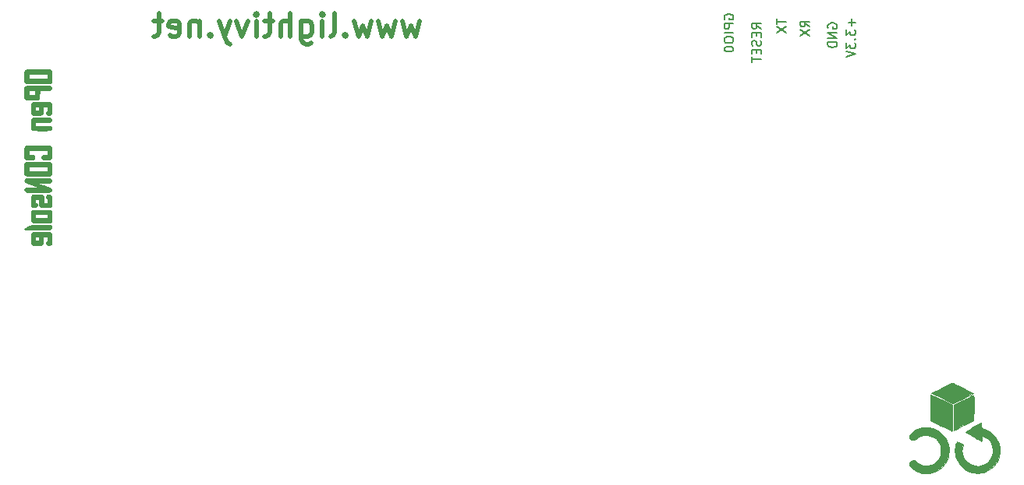
<source format=gbr>
G04 #@! TF.FileFunction,Legend,Bot*
%FSLAX46Y46*%
G04 Gerber Fmt 4.6, Leading zero omitted, Abs format (unit mm)*
G04 Created by KiCad (PCBNEW 4.0.4-snap1-stable) date Wed Jun 19 19:26:08 2019*
%MOMM*%
%LPD*%
G01*
G04 APERTURE LIST*
%ADD10C,0.150000*%
%ADD11C,0.200000*%
%ADD12C,0.500000*%
%ADD13C,0.010000*%
G04 APERTURE END LIST*
D10*
D11*
X171250000Y-71773810D02*
X171202381Y-71678572D01*
X171202381Y-71535715D01*
X171250000Y-71392857D01*
X171345238Y-71297619D01*
X171440476Y-71250000D01*
X171630952Y-71202381D01*
X171773810Y-71202381D01*
X171964286Y-71250000D01*
X172059524Y-71297619D01*
X172154762Y-71392857D01*
X172202381Y-71535715D01*
X172202381Y-71630953D01*
X172154762Y-71773810D01*
X172107143Y-71821429D01*
X171773810Y-71821429D01*
X171773810Y-71630953D01*
X172202381Y-72250000D02*
X171202381Y-72250000D01*
X171202381Y-72630953D01*
X171250000Y-72726191D01*
X171297619Y-72773810D01*
X171392857Y-72821429D01*
X171535714Y-72821429D01*
X171630952Y-72773810D01*
X171678571Y-72726191D01*
X171726190Y-72630953D01*
X171726190Y-72250000D01*
X172202381Y-73250000D02*
X171202381Y-73250000D01*
X171202381Y-73916666D02*
X171202381Y-74107143D01*
X171250000Y-74202381D01*
X171345238Y-74297619D01*
X171535714Y-74345238D01*
X171869048Y-74345238D01*
X172059524Y-74297619D01*
X172154762Y-74202381D01*
X172202381Y-74107143D01*
X172202381Y-73916666D01*
X172154762Y-73821428D01*
X172059524Y-73726190D01*
X171869048Y-73678571D01*
X171535714Y-73678571D01*
X171345238Y-73726190D01*
X171250000Y-73821428D01*
X171202381Y-73916666D01*
X171202381Y-74964285D02*
X171202381Y-75059524D01*
X171250000Y-75154762D01*
X171297619Y-75202381D01*
X171392857Y-75250000D01*
X171583333Y-75297619D01*
X171821429Y-75297619D01*
X172011905Y-75250000D01*
X172107143Y-75202381D01*
X172154762Y-75154762D01*
X172202381Y-75059524D01*
X172202381Y-74964285D01*
X172154762Y-74869047D01*
X172107143Y-74821428D01*
X172011905Y-74773809D01*
X171821429Y-74726190D01*
X171583333Y-74726190D01*
X171392857Y-74773809D01*
X171297619Y-74821428D01*
X171250000Y-74869047D01*
X171202381Y-74964285D01*
X175202381Y-72797619D02*
X174726190Y-72464285D01*
X175202381Y-72226190D02*
X174202381Y-72226190D01*
X174202381Y-72607143D01*
X174250000Y-72702381D01*
X174297619Y-72750000D01*
X174392857Y-72797619D01*
X174535714Y-72797619D01*
X174630952Y-72750000D01*
X174678571Y-72702381D01*
X174726190Y-72607143D01*
X174726190Y-72226190D01*
X174678571Y-73226190D02*
X174678571Y-73559524D01*
X175202381Y-73702381D02*
X175202381Y-73226190D01*
X174202381Y-73226190D01*
X174202381Y-73702381D01*
X175154762Y-74083333D02*
X175202381Y-74226190D01*
X175202381Y-74464286D01*
X175154762Y-74559524D01*
X175107143Y-74607143D01*
X175011905Y-74654762D01*
X174916667Y-74654762D01*
X174821429Y-74607143D01*
X174773810Y-74559524D01*
X174726190Y-74464286D01*
X174678571Y-74273809D01*
X174630952Y-74178571D01*
X174583333Y-74130952D01*
X174488095Y-74083333D01*
X174392857Y-74083333D01*
X174297619Y-74130952D01*
X174250000Y-74178571D01*
X174202381Y-74273809D01*
X174202381Y-74511905D01*
X174250000Y-74654762D01*
X174678571Y-75083333D02*
X174678571Y-75416667D01*
X175202381Y-75559524D02*
X175202381Y-75083333D01*
X174202381Y-75083333D01*
X174202381Y-75559524D01*
X174202381Y-75845238D02*
X174202381Y-76416667D01*
X175202381Y-76130952D02*
X174202381Y-76130952D01*
X176952381Y-71738095D02*
X176952381Y-72309524D01*
X177952381Y-72023809D02*
X176952381Y-72023809D01*
X176952381Y-72547619D02*
X177952381Y-73214286D01*
X176952381Y-73214286D02*
X177952381Y-72547619D01*
X180452381Y-72583334D02*
X179976190Y-72250000D01*
X180452381Y-72011905D02*
X179452381Y-72011905D01*
X179452381Y-72392858D01*
X179500000Y-72488096D01*
X179547619Y-72535715D01*
X179642857Y-72583334D01*
X179785714Y-72583334D01*
X179880952Y-72535715D01*
X179928571Y-72488096D01*
X179976190Y-72392858D01*
X179976190Y-72011905D01*
X179452381Y-72916667D02*
X180452381Y-73583334D01*
X179452381Y-73583334D02*
X180452381Y-72916667D01*
X182500000Y-72738096D02*
X182452381Y-72642858D01*
X182452381Y-72500001D01*
X182500000Y-72357143D01*
X182595238Y-72261905D01*
X182690476Y-72214286D01*
X182880952Y-72166667D01*
X183023810Y-72166667D01*
X183214286Y-72214286D01*
X183309524Y-72261905D01*
X183404762Y-72357143D01*
X183452381Y-72500001D01*
X183452381Y-72595239D01*
X183404762Y-72738096D01*
X183357143Y-72785715D01*
X183023810Y-72785715D01*
X183023810Y-72595239D01*
X183452381Y-73214286D02*
X182452381Y-73214286D01*
X183452381Y-73785715D01*
X182452381Y-73785715D01*
X183452381Y-74261905D02*
X182452381Y-74261905D01*
X182452381Y-74500000D01*
X182500000Y-74642858D01*
X182595238Y-74738096D01*
X182690476Y-74785715D01*
X182880952Y-74833334D01*
X183023810Y-74833334D01*
X183214286Y-74785715D01*
X183309524Y-74738096D01*
X183404762Y-74642858D01*
X183452381Y-74500000D01*
X183452381Y-74261905D01*
X185071429Y-71750000D02*
X185071429Y-72511905D01*
X185452381Y-72130953D02*
X184690476Y-72130953D01*
X184452381Y-72892857D02*
X184452381Y-73511905D01*
X184833333Y-73178571D01*
X184833333Y-73321429D01*
X184880952Y-73416667D01*
X184928571Y-73464286D01*
X185023810Y-73511905D01*
X185261905Y-73511905D01*
X185357143Y-73464286D01*
X185404762Y-73416667D01*
X185452381Y-73321429D01*
X185452381Y-73035714D01*
X185404762Y-72940476D01*
X185357143Y-72892857D01*
X185357143Y-73940476D02*
X185404762Y-73988095D01*
X185452381Y-73940476D01*
X185404762Y-73892857D01*
X185357143Y-73940476D01*
X185452381Y-73940476D01*
X184452381Y-74321428D02*
X184452381Y-74940476D01*
X184833333Y-74607142D01*
X184833333Y-74750000D01*
X184880952Y-74845238D01*
X184928571Y-74892857D01*
X185023810Y-74940476D01*
X185261905Y-74940476D01*
X185357143Y-74892857D01*
X185404762Y-74845238D01*
X185452381Y-74750000D01*
X185452381Y-74464285D01*
X185404762Y-74369047D01*
X185357143Y-74321428D01*
X184452381Y-75226190D02*
X185452381Y-75559523D01*
X184452381Y-75892857D01*
D12*
X138154762Y-71964286D02*
X137678572Y-73630952D01*
X137202381Y-72440476D01*
X136726191Y-73630952D01*
X136250000Y-71964286D01*
X135535714Y-71964286D02*
X135059524Y-73630952D01*
X134583333Y-72440476D01*
X134107143Y-73630952D01*
X133630952Y-71964286D01*
X132916666Y-71964286D02*
X132440476Y-73630952D01*
X131964285Y-72440476D01*
X131488095Y-73630952D01*
X131011904Y-71964286D01*
X130059523Y-73392857D02*
X129940475Y-73511905D01*
X130059523Y-73630952D01*
X130178571Y-73511905D01*
X130059523Y-73392857D01*
X130059523Y-73630952D01*
X128511904Y-73630952D02*
X128749999Y-73511905D01*
X128869047Y-73273810D01*
X128869047Y-71130952D01*
X127559523Y-73630952D02*
X127559523Y-71964286D01*
X127559523Y-71130952D02*
X127678571Y-71250000D01*
X127559523Y-71369048D01*
X127440475Y-71250000D01*
X127559523Y-71130952D01*
X127559523Y-71369048D01*
X125297618Y-71964286D02*
X125297618Y-73988095D01*
X125416666Y-74226190D01*
X125535714Y-74345238D01*
X125773809Y-74464286D01*
X126130952Y-74464286D01*
X126369047Y-74345238D01*
X125297618Y-73511905D02*
X125535714Y-73630952D01*
X126011904Y-73630952D01*
X126249999Y-73511905D01*
X126369047Y-73392857D01*
X126488095Y-73154762D01*
X126488095Y-72440476D01*
X126369047Y-72202381D01*
X126249999Y-72083333D01*
X126011904Y-71964286D01*
X125535714Y-71964286D01*
X125297618Y-72083333D01*
X124107142Y-73630952D02*
X124107142Y-71130952D01*
X123035713Y-73630952D02*
X123035713Y-72321429D01*
X123154761Y-72083333D01*
X123392856Y-71964286D01*
X123749999Y-71964286D01*
X123988094Y-72083333D01*
X124107142Y-72202381D01*
X122202380Y-71964286D02*
X121249999Y-71964286D01*
X121845237Y-71130952D02*
X121845237Y-73273810D01*
X121726189Y-73511905D01*
X121488094Y-73630952D01*
X121249999Y-73630952D01*
X120416666Y-73630952D02*
X120416666Y-71964286D01*
X120416666Y-71130952D02*
X120535714Y-71250000D01*
X120416666Y-71369048D01*
X120297618Y-71250000D01*
X120416666Y-71130952D01*
X120416666Y-71369048D01*
X119464285Y-71964286D02*
X118869047Y-73630952D01*
X118273809Y-71964286D01*
X117559523Y-71964286D02*
X116964285Y-73630952D01*
X116369047Y-71964286D02*
X116964285Y-73630952D01*
X117202380Y-74226190D01*
X117321428Y-74345238D01*
X117559523Y-74464286D01*
X115416666Y-73392857D02*
X115297618Y-73511905D01*
X115416666Y-73630952D01*
X115535714Y-73511905D01*
X115416666Y-73392857D01*
X115416666Y-73630952D01*
X114226190Y-71964286D02*
X114226190Y-73630952D01*
X114226190Y-72202381D02*
X114107142Y-72083333D01*
X113869047Y-71964286D01*
X113511904Y-71964286D01*
X113273809Y-72083333D01*
X113154761Y-72321429D01*
X113154761Y-73630952D01*
X111011904Y-73511905D02*
X111249999Y-73630952D01*
X111726190Y-73630952D01*
X111964285Y-73511905D01*
X112083333Y-73273810D01*
X112083333Y-72321429D01*
X111964285Y-72083333D01*
X111726190Y-71964286D01*
X111249999Y-71964286D01*
X111011904Y-72083333D01*
X110892856Y-72321429D01*
X110892856Y-72559524D01*
X112083333Y-72797619D01*
X110178571Y-71964286D02*
X109226190Y-71964286D01*
X109821428Y-71130952D02*
X109821428Y-73273810D01*
X109702380Y-73511905D01*
X109464285Y-73630952D01*
X109226190Y-73630952D01*
D13*
G36*
X192704635Y-116184649D02*
X192368106Y-116266984D01*
X192365455Y-116267886D01*
X192005575Y-116418541D01*
X191689349Y-116606639D01*
X191458497Y-116798682D01*
X191353941Y-116951475D01*
X191316460Y-117118116D01*
X191342132Y-117279201D01*
X191427035Y-117415328D01*
X191567247Y-117507095D01*
X191604122Y-117519127D01*
X191725733Y-117539193D01*
X191840378Y-117521418D01*
X191969608Y-117458413D01*
X192134971Y-117342790D01*
X192148555Y-117332460D01*
X192357846Y-117190594D01*
X192564078Y-117095334D01*
X192805848Y-117029958D01*
X192879579Y-117015739D01*
X193210489Y-116997145D01*
X193539657Y-117055452D01*
X193854361Y-117183608D01*
X194141879Y-117374562D01*
X194389491Y-117621263D01*
X194584475Y-117916660D01*
X194614334Y-117977305D01*
X194667189Y-118100075D01*
X194700774Y-118211853D01*
X194719337Y-118338289D01*
X194727130Y-118505036D01*
X194728460Y-118666074D01*
X194726829Y-118871870D01*
X194718212Y-119019172D01*
X194697636Y-119134132D01*
X194660130Y-119242897D01*
X194600719Y-119371619D01*
X194590229Y-119393009D01*
X194411998Y-119674757D01*
X194178915Y-119921636D01*
X193911211Y-120114454D01*
X193744442Y-120195395D01*
X193587995Y-120248171D01*
X193428578Y-120277931D01*
X193233379Y-120289669D01*
X193120167Y-120290381D01*
X192833006Y-120273690D01*
X192594135Y-120219346D01*
X192373193Y-120116593D01*
X192139818Y-119954673D01*
X192113033Y-119933543D01*
X191942235Y-119810280D01*
X191806024Y-119746308D01*
X191685040Y-119735667D01*
X191572492Y-119767039D01*
X191424109Y-119863517D01*
X191342279Y-120006805D01*
X191321000Y-120173338D01*
X191327015Y-120270880D01*
X191354261Y-120348961D01*
X191416543Y-120430631D01*
X191527662Y-120538939D01*
X191554937Y-120563976D01*
X191886464Y-120811420D01*
X192263423Y-120996053D01*
X192670493Y-121114039D01*
X193092356Y-121161541D01*
X193513691Y-121134720D01*
X193691667Y-121099192D01*
X194120400Y-120954074D01*
X194509469Y-120741220D01*
X194851119Y-120468247D01*
X195137598Y-120142774D01*
X195361149Y-119772419D01*
X195514019Y-119364802D01*
X195532931Y-119290184D01*
X195575730Y-119024002D01*
X195593121Y-118719762D01*
X195585114Y-118412649D01*
X195551723Y-118137851D01*
X195532530Y-118049811D01*
X195379999Y-117615286D01*
X195157076Y-117223606D01*
X194869590Y-116880747D01*
X194523366Y-116592688D01*
X194124233Y-116365404D01*
X193755167Y-116226668D01*
X193430250Y-116163540D01*
X193069378Y-116149851D01*
X192704635Y-116184649D01*
X192704635Y-116184649D01*
G37*
X192704635Y-116184649D02*
X192368106Y-116266984D01*
X192365455Y-116267886D01*
X192005575Y-116418541D01*
X191689349Y-116606639D01*
X191458497Y-116798682D01*
X191353941Y-116951475D01*
X191316460Y-117118116D01*
X191342132Y-117279201D01*
X191427035Y-117415328D01*
X191567247Y-117507095D01*
X191604122Y-117519127D01*
X191725733Y-117539193D01*
X191840378Y-117521418D01*
X191969608Y-117458413D01*
X192134971Y-117342790D01*
X192148555Y-117332460D01*
X192357846Y-117190594D01*
X192564078Y-117095334D01*
X192805848Y-117029958D01*
X192879579Y-117015739D01*
X193210489Y-116997145D01*
X193539657Y-117055452D01*
X193854361Y-117183608D01*
X194141879Y-117374562D01*
X194389491Y-117621263D01*
X194584475Y-117916660D01*
X194614334Y-117977305D01*
X194667189Y-118100075D01*
X194700774Y-118211853D01*
X194719337Y-118338289D01*
X194727130Y-118505036D01*
X194728460Y-118666074D01*
X194726829Y-118871870D01*
X194718212Y-119019172D01*
X194697636Y-119134132D01*
X194660130Y-119242897D01*
X194600719Y-119371619D01*
X194590229Y-119393009D01*
X194411998Y-119674757D01*
X194178915Y-119921636D01*
X193911211Y-120114454D01*
X193744442Y-120195395D01*
X193587995Y-120248171D01*
X193428578Y-120277931D01*
X193233379Y-120289669D01*
X193120167Y-120290381D01*
X192833006Y-120273690D01*
X192594135Y-120219346D01*
X192373193Y-120116593D01*
X192139818Y-119954673D01*
X192113033Y-119933543D01*
X191942235Y-119810280D01*
X191806024Y-119746308D01*
X191685040Y-119735667D01*
X191572492Y-119767039D01*
X191424109Y-119863517D01*
X191342279Y-120006805D01*
X191321000Y-120173338D01*
X191327015Y-120270880D01*
X191354261Y-120348961D01*
X191416543Y-120430631D01*
X191527662Y-120538939D01*
X191554937Y-120563976D01*
X191886464Y-120811420D01*
X192263423Y-120996053D01*
X192670493Y-121114039D01*
X193092356Y-121161541D01*
X193513691Y-121134720D01*
X193691667Y-121099192D01*
X194120400Y-120954074D01*
X194509469Y-120741220D01*
X194851119Y-120468247D01*
X195137598Y-120142774D01*
X195361149Y-119772419D01*
X195514019Y-119364802D01*
X195532931Y-119290184D01*
X195575730Y-119024002D01*
X195593121Y-118719762D01*
X195585114Y-118412649D01*
X195551723Y-118137851D01*
X195532530Y-118049811D01*
X195379999Y-117615286D01*
X195157076Y-117223606D01*
X194869590Y-116880747D01*
X194523366Y-116592688D01*
X194124233Y-116365404D01*
X193755167Y-116226668D01*
X193430250Y-116163540D01*
X193069378Y-116149851D01*
X192704635Y-116184649D01*
G36*
X198246561Y-116114736D02*
X198007069Y-116257819D01*
X197794211Y-116388247D01*
X197618179Y-116499506D01*
X197489164Y-116585081D01*
X197417359Y-116638459D01*
X197405937Y-116652031D01*
X197441223Y-116679712D01*
X197537931Y-116741469D01*
X197683567Y-116830088D01*
X197865634Y-116938360D01*
X198071638Y-117059072D01*
X198289083Y-117185012D01*
X198505474Y-117308970D01*
X198708315Y-117423733D01*
X198885110Y-117522090D01*
X199023366Y-117596830D01*
X199110585Y-117640740D01*
X199133940Y-117649333D01*
X199142966Y-117610587D01*
X199152608Y-117508617D01*
X199160884Y-117364828D01*
X199161396Y-117352915D01*
X199173833Y-117056496D01*
X199427833Y-117177742D01*
X199736389Y-117368325D01*
X199986140Y-117610719D01*
X200174969Y-117893845D01*
X200300762Y-118206627D01*
X200361401Y-118537986D01*
X200354770Y-118876846D01*
X200278754Y-119212129D01*
X200131236Y-119532757D01*
X199929926Y-119805962D01*
X199660743Y-120048553D01*
X199362915Y-120218825D01*
X199046455Y-120319782D01*
X198721374Y-120354430D01*
X198397684Y-120325775D01*
X198085398Y-120236824D01*
X197794529Y-120090582D01*
X197535088Y-119890055D01*
X197317088Y-119638248D01*
X197150541Y-119338169D01*
X197045459Y-118992822D01*
X197035570Y-118937012D01*
X197018514Y-118660740D01*
X197046210Y-118369812D01*
X197114277Y-118109292D01*
X197116635Y-118103099D01*
X197135711Y-118044606D01*
X197130172Y-118001166D01*
X197086836Y-117960259D01*
X196992526Y-117909364D01*
X196836689Y-117837157D01*
X196682319Y-117771365D01*
X196554799Y-117725385D01*
X196475234Y-117706535D01*
X196462905Y-117707587D01*
X196426751Y-117755040D01*
X196379585Y-117860946D01*
X196334054Y-117994695D01*
X196270153Y-118311992D01*
X196249597Y-118667780D01*
X196271856Y-119028142D01*
X196336401Y-119359156D01*
X196356396Y-119425205D01*
X196531657Y-119830376D01*
X196775723Y-120197067D01*
X197078793Y-120516005D01*
X197431065Y-120777916D01*
X197822737Y-120973528D01*
X198081769Y-121057628D01*
X198303527Y-121095979D01*
X198574019Y-121114080D01*
X198859796Y-121112034D01*
X199127408Y-121089943D01*
X199322000Y-121053825D01*
X199722207Y-120906092D01*
X200092231Y-120686684D01*
X200421794Y-120406140D01*
X200700622Y-120075000D01*
X200918440Y-119703800D01*
X201064972Y-119303081D01*
X201077249Y-119253635D01*
X201140276Y-118810967D01*
X201123543Y-118375802D01*
X201031945Y-117956923D01*
X200870378Y-117563111D01*
X200643737Y-117203147D01*
X200356920Y-116885813D01*
X200014821Y-116619891D01*
X199622337Y-116414161D01*
X199460246Y-116353339D01*
X199319133Y-116303080D01*
X199211308Y-116259544D01*
X199161465Y-116233049D01*
X199143619Y-116178582D01*
X199125372Y-116064076D01*
X199110609Y-115914051D01*
X199110333Y-115910265D01*
X199089167Y-115617305D01*
X198246561Y-116114736D01*
X198246561Y-116114736D01*
G37*
X198246561Y-116114736D02*
X198007069Y-116257819D01*
X197794211Y-116388247D01*
X197618179Y-116499506D01*
X197489164Y-116585081D01*
X197417359Y-116638459D01*
X197405937Y-116652031D01*
X197441223Y-116679712D01*
X197537931Y-116741469D01*
X197683567Y-116830088D01*
X197865634Y-116938360D01*
X198071638Y-117059072D01*
X198289083Y-117185012D01*
X198505474Y-117308970D01*
X198708315Y-117423733D01*
X198885110Y-117522090D01*
X199023366Y-117596830D01*
X199110585Y-117640740D01*
X199133940Y-117649333D01*
X199142966Y-117610587D01*
X199152608Y-117508617D01*
X199160884Y-117364828D01*
X199161396Y-117352915D01*
X199173833Y-117056496D01*
X199427833Y-117177742D01*
X199736389Y-117368325D01*
X199986140Y-117610719D01*
X200174969Y-117893845D01*
X200300762Y-118206627D01*
X200361401Y-118537986D01*
X200354770Y-118876846D01*
X200278754Y-119212129D01*
X200131236Y-119532757D01*
X199929926Y-119805962D01*
X199660743Y-120048553D01*
X199362915Y-120218825D01*
X199046455Y-120319782D01*
X198721374Y-120354430D01*
X198397684Y-120325775D01*
X198085398Y-120236824D01*
X197794529Y-120090582D01*
X197535088Y-119890055D01*
X197317088Y-119638248D01*
X197150541Y-119338169D01*
X197045459Y-118992822D01*
X197035570Y-118937012D01*
X197018514Y-118660740D01*
X197046210Y-118369812D01*
X197114277Y-118109292D01*
X197116635Y-118103099D01*
X197135711Y-118044606D01*
X197130172Y-118001166D01*
X197086836Y-117960259D01*
X196992526Y-117909364D01*
X196836689Y-117837157D01*
X196682319Y-117771365D01*
X196554799Y-117725385D01*
X196475234Y-117706535D01*
X196462905Y-117707587D01*
X196426751Y-117755040D01*
X196379585Y-117860946D01*
X196334054Y-117994695D01*
X196270153Y-118311992D01*
X196249597Y-118667780D01*
X196271856Y-119028142D01*
X196336401Y-119359156D01*
X196356396Y-119425205D01*
X196531657Y-119830376D01*
X196775723Y-120197067D01*
X197078793Y-120516005D01*
X197431065Y-120777916D01*
X197822737Y-120973528D01*
X198081769Y-121057628D01*
X198303527Y-121095979D01*
X198574019Y-121114080D01*
X198859796Y-121112034D01*
X199127408Y-121089943D01*
X199322000Y-121053825D01*
X199722207Y-120906092D01*
X200092231Y-120686684D01*
X200421794Y-120406140D01*
X200700622Y-120075000D01*
X200918440Y-119703800D01*
X201064972Y-119303081D01*
X201077249Y-119253635D01*
X201140276Y-118810967D01*
X201123543Y-118375802D01*
X201031945Y-117956923D01*
X200870378Y-117563111D01*
X200643737Y-117203147D01*
X200356920Y-116885813D01*
X200014821Y-116619891D01*
X199622337Y-116414161D01*
X199460246Y-116353339D01*
X199319133Y-116303080D01*
X199211308Y-116259544D01*
X199161465Y-116233049D01*
X199143619Y-116178582D01*
X199125372Y-116064076D01*
X199110609Y-115914051D01*
X199110333Y-115910265D01*
X199089167Y-115617305D01*
X198246561Y-116114736D01*
G36*
X193580635Y-112610028D02*
X193576063Y-112725562D01*
X193572064Y-112906107D01*
X193568784Y-113141835D01*
X193566370Y-113422919D01*
X193564968Y-113739532D01*
X193564667Y-113977274D01*
X193564667Y-115385216D01*
X194729034Y-115966941D01*
X195018397Y-116111181D01*
X195282889Y-116242394D01*
X195513159Y-116355991D01*
X195699852Y-116447381D01*
X195833615Y-116511974D01*
X195905096Y-116545181D01*
X195914367Y-116548667D01*
X195919366Y-116507971D01*
X195923937Y-116392438D01*
X195927936Y-116211893D01*
X195931216Y-115976164D01*
X195933630Y-115695080D01*
X195935032Y-115378468D01*
X195935333Y-115140725D01*
X195935333Y-113732784D01*
X194770966Y-113151059D01*
X194481604Y-113006819D01*
X194217111Y-112875606D01*
X193986842Y-112762009D01*
X193800149Y-112670619D01*
X193666385Y-112606025D01*
X193594904Y-112572819D01*
X193585633Y-112569333D01*
X193580635Y-112610028D01*
X193580635Y-112610028D01*
G37*
X193580635Y-112610028D02*
X193576063Y-112725562D01*
X193572064Y-112906107D01*
X193568784Y-113141835D01*
X193566370Y-113422919D01*
X193564968Y-113739532D01*
X193564667Y-113977274D01*
X193564667Y-115385216D01*
X194729034Y-115966941D01*
X195018397Y-116111181D01*
X195282889Y-116242394D01*
X195513159Y-116355991D01*
X195699852Y-116447381D01*
X195833615Y-116511974D01*
X195905096Y-116545181D01*
X195914367Y-116548667D01*
X195919366Y-116507971D01*
X195923937Y-116392438D01*
X195927936Y-116211893D01*
X195931216Y-115976164D01*
X195933630Y-115695080D01*
X195935032Y-115378468D01*
X195935333Y-115140725D01*
X195935333Y-113732784D01*
X194770966Y-113151059D01*
X194481604Y-113006819D01*
X194217111Y-112875606D01*
X193986842Y-112762009D01*
X193800149Y-112670619D01*
X193666385Y-112606025D01*
X193594904Y-112572819D01*
X193585633Y-112569333D01*
X193580635Y-112610028D01*
G36*
X198216160Y-112672271D02*
X198102902Y-112723853D01*
X197934244Y-112803895D01*
X197720276Y-112907547D01*
X197471087Y-113029960D01*
X197196767Y-113166284D01*
X197162675Y-113183329D01*
X196104667Y-113712659D01*
X196104667Y-115088329D01*
X196105605Y-115419851D01*
X196108268Y-115722517D01*
X196112425Y-115986403D01*
X196117848Y-116201589D01*
X196124306Y-116358151D01*
X196131572Y-116446167D01*
X196136417Y-116461960D01*
X196180999Y-116442964D01*
X196291064Y-116390346D01*
X196456702Y-116309012D01*
X196668004Y-116203869D01*
X196915061Y-116079823D01*
X197187963Y-115941780D01*
X197226500Y-115922210D01*
X198284833Y-115384500D01*
X198296003Y-114019250D01*
X198298239Y-113582299D01*
X198297115Y-113229154D01*
X198292635Y-112959983D01*
X198284802Y-112774957D01*
X198273622Y-112674244D01*
X198263928Y-112654000D01*
X198216160Y-112672271D01*
X198216160Y-112672271D01*
G37*
X198216160Y-112672271D02*
X198102902Y-112723853D01*
X197934244Y-112803895D01*
X197720276Y-112907547D01*
X197471087Y-113029960D01*
X197196767Y-113166284D01*
X197162675Y-113183329D01*
X196104667Y-113712659D01*
X196104667Y-115088329D01*
X196105605Y-115419851D01*
X196108268Y-115722517D01*
X196112425Y-115986403D01*
X196117848Y-116201589D01*
X196124306Y-116358151D01*
X196131572Y-116446167D01*
X196136417Y-116461960D01*
X196180999Y-116442964D01*
X196291064Y-116390346D01*
X196456702Y-116309012D01*
X196668004Y-116203869D01*
X196915061Y-116079823D01*
X197187963Y-115941780D01*
X197226500Y-115922210D01*
X198284833Y-115384500D01*
X198296003Y-114019250D01*
X198298239Y-113582299D01*
X198297115Y-113229154D01*
X198292635Y-112959983D01*
X198284802Y-112774957D01*
X198273622Y-112674244D01*
X198263928Y-112654000D01*
X198216160Y-112672271D01*
G36*
X195929305Y-111336790D02*
X195865951Y-111365097D01*
X195737454Y-111425414D01*
X195554714Y-111512522D01*
X195328627Y-111621198D01*
X195070094Y-111746223D01*
X194790013Y-111882376D01*
X194771167Y-111891562D01*
X193712833Y-112407509D01*
X194834667Y-112972974D01*
X195120601Y-113116056D01*
X195383921Y-113245829D01*
X195614662Y-113357540D01*
X195802857Y-113446435D01*
X195938541Y-113507758D01*
X196011748Y-113536756D01*
X196020000Y-113538442D01*
X196073010Y-113520028D01*
X196191243Y-113468020D01*
X196364488Y-113387267D01*
X196582533Y-113282619D01*
X196835167Y-113158925D01*
X197112177Y-113021036D01*
X197159651Y-112997190D01*
X198235803Y-112455935D01*
X197836985Y-112242887D01*
X197411828Y-112016505D01*
X197054692Y-111828172D01*
X196759491Y-111674995D01*
X196520134Y-111554084D01*
X196330535Y-111462546D01*
X196184604Y-111397490D01*
X196076253Y-111356023D01*
X195999395Y-111335255D01*
X195947940Y-111332293D01*
X195929305Y-111336790D01*
X195929305Y-111336790D01*
G37*
X195929305Y-111336790D02*
X195865951Y-111365097D01*
X195737454Y-111425414D01*
X195554714Y-111512522D01*
X195328627Y-111621198D01*
X195070094Y-111746223D01*
X194790013Y-111882376D01*
X194771167Y-111891562D01*
X193712833Y-112407509D01*
X194834667Y-112972974D01*
X195120601Y-113116056D01*
X195383921Y-113245829D01*
X195614662Y-113357540D01*
X195802857Y-113446435D01*
X195938541Y-113507758D01*
X196011748Y-113536756D01*
X196020000Y-113538442D01*
X196073010Y-113520028D01*
X196191243Y-113468020D01*
X196364488Y-113387267D01*
X196582533Y-113282619D01*
X196835167Y-113158925D01*
X197112177Y-113021036D01*
X197159651Y-112997190D01*
X198235803Y-112455935D01*
X197836985Y-112242887D01*
X197411828Y-112016505D01*
X197054692Y-111828172D01*
X196759491Y-111674995D01*
X196520134Y-111554084D01*
X196330535Y-111462546D01*
X196184604Y-111397490D01*
X196076253Y-111356023D01*
X195999395Y-111335255D01*
X195947940Y-111332293D01*
X195929305Y-111336790D01*
G36*
X95267223Y-78598388D02*
X95296807Y-78645612D01*
X95337150Y-78686404D01*
X95385595Y-78718711D01*
X95439485Y-78740479D01*
X95456445Y-78744675D01*
X95465534Y-78745772D01*
X95482192Y-78746763D01*
X95506859Y-78747650D01*
X95539973Y-78748435D01*
X95581976Y-78749120D01*
X95633308Y-78749707D01*
X95694408Y-78750198D01*
X95765716Y-78750596D01*
X95847674Y-78750902D01*
X95940719Y-78751119D01*
X96045293Y-78751248D01*
X96161836Y-78751292D01*
X96290788Y-78751253D01*
X96432588Y-78751132D01*
X96587677Y-78750933D01*
X96733500Y-78750697D01*
X97971750Y-78748528D01*
X98012540Y-78729415D01*
X98048254Y-78708289D01*
X98084763Y-78679272D01*
X98118019Y-78646151D01*
X98143974Y-78612716D01*
X98152067Y-78598825D01*
X98169306Y-78565084D01*
X98170637Y-78004167D01*
X98170852Y-77899020D01*
X98170954Y-77807095D01*
X98170931Y-77727502D01*
X98170771Y-77659350D01*
X98170459Y-77601751D01*
X98169985Y-77553815D01*
X98169333Y-77514653D01*
X98168493Y-77483374D01*
X98167450Y-77459090D01*
X98166191Y-77440910D01*
X98164705Y-77427946D01*
X98162978Y-77419308D01*
X98162123Y-77416606D01*
X98137894Y-77369892D01*
X98102271Y-77326981D01*
X98057922Y-77290491D01*
X98007513Y-77263041D01*
X98004288Y-77261712D01*
X97964695Y-77245695D01*
X96737028Y-77243601D01*
X96569087Y-77243342D01*
X96414846Y-77243165D01*
X96273898Y-77243070D01*
X96145833Y-77243060D01*
X96030240Y-77243137D01*
X95926711Y-77243303D01*
X95834835Y-77243559D01*
X95754205Y-77243907D01*
X95684409Y-77244350D01*
X95682223Y-77244369D01*
X95682223Y-77743111D01*
X97735389Y-77743111D01*
X97735389Y-78251111D01*
X95682223Y-78251111D01*
X95682223Y-77743111D01*
X95682223Y-77244369D01*
X95625039Y-77244889D01*
X95575685Y-77245527D01*
X95535938Y-77246264D01*
X95505388Y-77247104D01*
X95483625Y-77248048D01*
X95470241Y-77249098D01*
X95467028Y-77249569D01*
X95435717Y-77257581D01*
X95402918Y-77269051D01*
X95387543Y-77275792D01*
X95353046Y-77297817D01*
X95318282Y-77328746D01*
X95287579Y-77364144D01*
X95265265Y-77399574D01*
X95263787Y-77402675D01*
X95248306Y-77436195D01*
X95248306Y-78558028D01*
X95267223Y-78598388D01*
X95267223Y-78598388D01*
G37*
X95267223Y-78598388D02*
X95296807Y-78645612D01*
X95337150Y-78686404D01*
X95385595Y-78718711D01*
X95439485Y-78740479D01*
X95456445Y-78744675D01*
X95465534Y-78745772D01*
X95482192Y-78746763D01*
X95506859Y-78747650D01*
X95539973Y-78748435D01*
X95581976Y-78749120D01*
X95633308Y-78749707D01*
X95694408Y-78750198D01*
X95765716Y-78750596D01*
X95847674Y-78750902D01*
X95940719Y-78751119D01*
X96045293Y-78751248D01*
X96161836Y-78751292D01*
X96290788Y-78751253D01*
X96432588Y-78751132D01*
X96587677Y-78750933D01*
X96733500Y-78750697D01*
X97971750Y-78748528D01*
X98012540Y-78729415D01*
X98048254Y-78708289D01*
X98084763Y-78679272D01*
X98118019Y-78646151D01*
X98143974Y-78612716D01*
X98152067Y-78598825D01*
X98169306Y-78565084D01*
X98170637Y-78004167D01*
X98170852Y-77899020D01*
X98170954Y-77807095D01*
X98170931Y-77727502D01*
X98170771Y-77659350D01*
X98170459Y-77601751D01*
X98169985Y-77553815D01*
X98169333Y-77514653D01*
X98168493Y-77483374D01*
X98167450Y-77459090D01*
X98166191Y-77440910D01*
X98164705Y-77427946D01*
X98162978Y-77419308D01*
X98162123Y-77416606D01*
X98137894Y-77369892D01*
X98102271Y-77326981D01*
X98057922Y-77290491D01*
X98007513Y-77263041D01*
X98004288Y-77261712D01*
X97964695Y-77245695D01*
X96737028Y-77243601D01*
X96569087Y-77243342D01*
X96414846Y-77243165D01*
X96273898Y-77243070D01*
X96145833Y-77243060D01*
X96030240Y-77243137D01*
X95926711Y-77243303D01*
X95834835Y-77243559D01*
X95754205Y-77243907D01*
X95684409Y-77244350D01*
X95682223Y-77244369D01*
X95682223Y-77743111D01*
X97735389Y-77743111D01*
X97735389Y-78251111D01*
X95682223Y-78251111D01*
X95682223Y-77743111D01*
X95682223Y-77244369D01*
X95625039Y-77244889D01*
X95575685Y-77245527D01*
X95535938Y-77246264D01*
X95505388Y-77247104D01*
X95483625Y-77248048D01*
X95470241Y-77249098D01*
X95467028Y-77249569D01*
X95435717Y-77257581D01*
X95402918Y-77269051D01*
X95387543Y-77275792D01*
X95353046Y-77297817D01*
X95318282Y-77328746D01*
X95287579Y-77364144D01*
X95265265Y-77399574D01*
X95263787Y-77402675D01*
X95248306Y-77436195D01*
X95248306Y-78558028D01*
X95267223Y-78598388D01*
G36*
X95268021Y-80369119D02*
X95297536Y-80414427D01*
X95337800Y-80454646D01*
X95385708Y-80487381D01*
X95438158Y-80510238D01*
X95457917Y-80515671D01*
X95470512Y-80516938D01*
X95495893Y-80518079D01*
X95532734Y-80519096D01*
X95579711Y-80519988D01*
X95635498Y-80520756D01*
X95698770Y-80521398D01*
X95768202Y-80521916D01*
X95842470Y-80522309D01*
X95920247Y-80522577D01*
X96000209Y-80522720D01*
X96081031Y-80522739D01*
X96161388Y-80522633D01*
X96239955Y-80522402D01*
X96315406Y-80522046D01*
X96386416Y-80521565D01*
X96451661Y-80520960D01*
X96509816Y-80520230D01*
X96559555Y-80519375D01*
X96599553Y-80518395D01*
X96628485Y-80517291D01*
X96645027Y-80516061D01*
X96647362Y-80515671D01*
X96705447Y-80495356D01*
X96757032Y-80463393D01*
X96800261Y-80421242D01*
X96833272Y-80370362D01*
X96833826Y-80369244D01*
X96856973Y-80322241D01*
X96861145Y-79514465D01*
X97416821Y-79512496D01*
X97972498Y-79510528D01*
X98026344Y-79483912D01*
X98080801Y-79449831D01*
X98124548Y-79406865D01*
X98153655Y-79362361D01*
X98162959Y-79335437D01*
X98169003Y-79299863D01*
X98171510Y-79260782D01*
X98170204Y-79223336D01*
X98164809Y-79192669D01*
X98163056Y-79187369D01*
X98138016Y-79139254D01*
X98101429Y-79095802D01*
X98055667Y-79059330D01*
X98005279Y-79033027D01*
X97964695Y-79016639D01*
X96737028Y-79014536D01*
X96569103Y-79014276D01*
X96414879Y-79014097D01*
X96273945Y-79014001D01*
X96145894Y-79013990D01*
X96030313Y-79014066D01*
X95926795Y-79014230D01*
X95834928Y-79014485D01*
X95754303Y-79014833D01*
X95684510Y-79015275D01*
X95682223Y-79015295D01*
X95682223Y-79514056D01*
X96416000Y-79514056D01*
X96416000Y-80022056D01*
X95682223Y-80022056D01*
X95682223Y-79514056D01*
X95682223Y-79015295D01*
X95625139Y-79015814D01*
X95575781Y-79016451D01*
X95536025Y-79017188D01*
X95505462Y-79018027D01*
X95483682Y-79018970D01*
X95470275Y-79020020D01*
X95467028Y-79020495D01*
X95404385Y-79038616D01*
X95350895Y-79067277D01*
X95306844Y-79106279D01*
X95272520Y-79155423D01*
X95272505Y-79155450D01*
X95248306Y-79200084D01*
X95248306Y-80328973D01*
X95268021Y-80369119D01*
X95268021Y-80369119D01*
G37*
X95268021Y-80369119D02*
X95297536Y-80414427D01*
X95337800Y-80454646D01*
X95385708Y-80487381D01*
X95438158Y-80510238D01*
X95457917Y-80515671D01*
X95470512Y-80516938D01*
X95495893Y-80518079D01*
X95532734Y-80519096D01*
X95579711Y-80519988D01*
X95635498Y-80520756D01*
X95698770Y-80521398D01*
X95768202Y-80521916D01*
X95842470Y-80522309D01*
X95920247Y-80522577D01*
X96000209Y-80522720D01*
X96081031Y-80522739D01*
X96161388Y-80522633D01*
X96239955Y-80522402D01*
X96315406Y-80522046D01*
X96386416Y-80521565D01*
X96451661Y-80520960D01*
X96509816Y-80520230D01*
X96559555Y-80519375D01*
X96599553Y-80518395D01*
X96628485Y-80517291D01*
X96645027Y-80516061D01*
X96647362Y-80515671D01*
X96705447Y-80495356D01*
X96757032Y-80463393D01*
X96800261Y-80421242D01*
X96833272Y-80370362D01*
X96833826Y-80369244D01*
X96856973Y-80322241D01*
X96861145Y-79514465D01*
X97416821Y-79512496D01*
X97972498Y-79510528D01*
X98026344Y-79483912D01*
X98080801Y-79449831D01*
X98124548Y-79406865D01*
X98153655Y-79362361D01*
X98162959Y-79335437D01*
X98169003Y-79299863D01*
X98171510Y-79260782D01*
X98170204Y-79223336D01*
X98164809Y-79192669D01*
X98163056Y-79187369D01*
X98138016Y-79139254D01*
X98101429Y-79095802D01*
X98055667Y-79059330D01*
X98005279Y-79033027D01*
X97964695Y-79016639D01*
X96737028Y-79014536D01*
X96569103Y-79014276D01*
X96414879Y-79014097D01*
X96273945Y-79014001D01*
X96145894Y-79013990D01*
X96030313Y-79014066D01*
X95926795Y-79014230D01*
X95834928Y-79014485D01*
X95754303Y-79014833D01*
X95684510Y-79015275D01*
X95682223Y-79015295D01*
X95682223Y-79514056D01*
X96416000Y-79514056D01*
X96416000Y-80022056D01*
X95682223Y-80022056D01*
X95682223Y-79514056D01*
X95682223Y-79015295D01*
X95625139Y-79015814D01*
X95575781Y-79016451D01*
X95536025Y-79017188D01*
X95505462Y-79018027D01*
X95483682Y-79018970D01*
X95470275Y-79020020D01*
X95467028Y-79020495D01*
X95404385Y-79038616D01*
X95350895Y-79067277D01*
X95306844Y-79106279D01*
X95272520Y-79155423D01*
X95272505Y-79155450D01*
X95248306Y-79200084D01*
X95248306Y-80328973D01*
X95268021Y-80369119D01*
G36*
X95982103Y-81582046D02*
X95982177Y-81664944D01*
X95982332Y-81735823D01*
X95982593Y-81795728D01*
X95982985Y-81845707D01*
X95983533Y-81886805D01*
X95984264Y-81920069D01*
X95985201Y-81946543D01*
X95986371Y-81967275D01*
X95987798Y-81983310D01*
X95989509Y-81995695D01*
X95991528Y-82005475D01*
X95993881Y-82013697D01*
X95994928Y-82016804D01*
X96013083Y-82053084D01*
X96041155Y-82090077D01*
X96075751Y-82123804D01*
X96103774Y-82144458D01*
X96118091Y-82153443D01*
X96131432Y-82161118D01*
X96144986Y-82167580D01*
X96159941Y-82172926D01*
X96177486Y-82177253D01*
X96198808Y-82180659D01*
X96225096Y-82183241D01*
X96257537Y-82185097D01*
X96297321Y-82186323D01*
X96345635Y-82187018D01*
X96403668Y-82187278D01*
X96472607Y-82187200D01*
X96553640Y-82186883D01*
X96617897Y-82186572D01*
X97019250Y-82184584D01*
X97065132Y-82162840D01*
X97112319Y-82134226D01*
X97154149Y-82096828D01*
X97187085Y-82054087D01*
X97198593Y-82032906D01*
X97216806Y-81994084D01*
X97218818Y-81639455D01*
X97220830Y-81284827D01*
X97479874Y-81286677D01*
X97738917Y-81288528D01*
X97740782Y-81505184D01*
X97742648Y-81721840D01*
X97726671Y-81730071D01*
X97676023Y-81763154D01*
X97636393Y-81804285D01*
X97614262Y-81840194D01*
X97601641Y-81867777D01*
X97594621Y-81890276D01*
X97591698Y-81914359D01*
X97591316Y-81941794D01*
X97596092Y-81991323D01*
X97610478Y-82034618D01*
X97635905Y-82074717D01*
X97671914Y-82112919D01*
X97704305Y-82140300D01*
X97735407Y-82159960D01*
X97768576Y-82173030D01*
X97807169Y-82180642D01*
X97854539Y-82183927D01*
X97883556Y-82184302D01*
X97923089Y-82183938D01*
X97952197Y-82182539D01*
X97974557Y-82179641D01*
X97993843Y-82174780D01*
X98012296Y-82168070D01*
X98056691Y-82143884D01*
X98098382Y-82109373D01*
X98133376Y-82068261D01*
X98151305Y-82038441D01*
X98172834Y-81995358D01*
X98172834Y-80976810D01*
X98151479Y-80934074D01*
X98119109Y-80884947D01*
X98075133Y-80843604D01*
X98019955Y-80810423D01*
X98018879Y-80809911D01*
X97971750Y-80787584D01*
X96416000Y-80787584D01*
X96416000Y-81285000D01*
X96789945Y-81285000D01*
X96789945Y-81687167D01*
X96416000Y-81687167D01*
X96416000Y-81285000D01*
X96416000Y-80787584D01*
X96186695Y-80787584D01*
X96148166Y-80803942D01*
X96093388Y-80833631D01*
X96048020Y-80871643D01*
X96013495Y-80916550D01*
X95994493Y-80956917D01*
X95992079Y-80964642D01*
X95989997Y-80973792D01*
X95988224Y-80985407D01*
X95986735Y-81000528D01*
X95985506Y-81020194D01*
X95984511Y-81045445D01*
X95983727Y-81077321D01*
X95983130Y-81116863D01*
X95982695Y-81165110D01*
X95982397Y-81223102D01*
X95982212Y-81291879D01*
X95982116Y-81372481D01*
X95982084Y-81465948D01*
X95982084Y-81486084D01*
X95982103Y-81582046D01*
X95982103Y-81582046D01*
G37*
X95982103Y-81582046D02*
X95982177Y-81664944D01*
X95982332Y-81735823D01*
X95982593Y-81795728D01*
X95982985Y-81845707D01*
X95983533Y-81886805D01*
X95984264Y-81920069D01*
X95985201Y-81946543D01*
X95986371Y-81967275D01*
X95987798Y-81983310D01*
X95989509Y-81995695D01*
X95991528Y-82005475D01*
X95993881Y-82013697D01*
X95994928Y-82016804D01*
X96013083Y-82053084D01*
X96041155Y-82090077D01*
X96075751Y-82123804D01*
X96103774Y-82144458D01*
X96118091Y-82153443D01*
X96131432Y-82161118D01*
X96144986Y-82167580D01*
X96159941Y-82172926D01*
X96177486Y-82177253D01*
X96198808Y-82180659D01*
X96225096Y-82183241D01*
X96257537Y-82185097D01*
X96297321Y-82186323D01*
X96345635Y-82187018D01*
X96403668Y-82187278D01*
X96472607Y-82187200D01*
X96553640Y-82186883D01*
X96617897Y-82186572D01*
X97019250Y-82184584D01*
X97065132Y-82162840D01*
X97112319Y-82134226D01*
X97154149Y-82096828D01*
X97187085Y-82054087D01*
X97198593Y-82032906D01*
X97216806Y-81994084D01*
X97218818Y-81639455D01*
X97220830Y-81284827D01*
X97479874Y-81286677D01*
X97738917Y-81288528D01*
X97740782Y-81505184D01*
X97742648Y-81721840D01*
X97726671Y-81730071D01*
X97676023Y-81763154D01*
X97636393Y-81804285D01*
X97614262Y-81840194D01*
X97601641Y-81867777D01*
X97594621Y-81890276D01*
X97591698Y-81914359D01*
X97591316Y-81941794D01*
X97596092Y-81991323D01*
X97610478Y-82034618D01*
X97635905Y-82074717D01*
X97671914Y-82112919D01*
X97704305Y-82140300D01*
X97735407Y-82159960D01*
X97768576Y-82173030D01*
X97807169Y-82180642D01*
X97854539Y-82183927D01*
X97883556Y-82184302D01*
X97923089Y-82183938D01*
X97952197Y-82182539D01*
X97974557Y-82179641D01*
X97993843Y-82174780D01*
X98012296Y-82168070D01*
X98056691Y-82143884D01*
X98098382Y-82109373D01*
X98133376Y-82068261D01*
X98151305Y-82038441D01*
X98172834Y-81995358D01*
X98172834Y-80976810D01*
X98151479Y-80934074D01*
X98119109Y-80884947D01*
X98075133Y-80843604D01*
X98019955Y-80810423D01*
X98018879Y-80809911D01*
X97971750Y-80787584D01*
X96416000Y-80787584D01*
X96416000Y-81285000D01*
X96789945Y-81285000D01*
X96789945Y-81687167D01*
X96416000Y-81687167D01*
X96416000Y-81285000D01*
X96416000Y-80787584D01*
X96186695Y-80787584D01*
X96148166Y-80803942D01*
X96093388Y-80833631D01*
X96048020Y-80871643D01*
X96013495Y-80916550D01*
X95994493Y-80956917D01*
X95992079Y-80964642D01*
X95989997Y-80973792D01*
X95988224Y-80985407D01*
X95986735Y-81000528D01*
X95985506Y-81020194D01*
X95984511Y-81045445D01*
X95983727Y-81077321D01*
X95983130Y-81116863D01*
X95982695Y-81165110D01*
X95982397Y-81223102D01*
X95982212Y-81291879D01*
X95982116Y-81372481D01*
X95982084Y-81465948D01*
X95982084Y-81486084D01*
X95982103Y-81582046D01*
G36*
X95982159Y-83415914D02*
X95982539Y-83480723D01*
X95983298Y-83535527D01*
X95984556Y-83581352D01*
X95986434Y-83619226D01*
X95989053Y-83650175D01*
X95992533Y-83675225D01*
X95996995Y-83695403D01*
X96002559Y-83711735D01*
X96009347Y-83725248D01*
X96017478Y-83736969D01*
X96027074Y-83747923D01*
X96038255Y-83759137D01*
X96051142Y-83771639D01*
X96055514Y-83775947D01*
X96090731Y-83807629D01*
X96123440Y-83829507D01*
X96144362Y-83839447D01*
X96186695Y-83856750D01*
X97051000Y-83858864D01*
X97192404Y-83859167D01*
X97320165Y-83859349D01*
X97434754Y-83859406D01*
X97536640Y-83859336D01*
X97626290Y-83859135D01*
X97704176Y-83858800D01*
X97770765Y-83858329D01*
X97826526Y-83857717D01*
X97871929Y-83856963D01*
X97907443Y-83856063D01*
X97933536Y-83855013D01*
X97950678Y-83853811D01*
X97957404Y-83852917D01*
X98016456Y-83834943D01*
X98069312Y-83805494D01*
X98114017Y-83765953D01*
X98148619Y-83717702D01*
X98148634Y-83717674D01*
X98158258Y-83699124D01*
X98164331Y-83682792D01*
X98167660Y-83664475D01*
X98169048Y-83639970D01*
X98169306Y-83609806D01*
X98168961Y-83576335D01*
X98167387Y-83552767D01*
X98163781Y-83534897D01*
X98157336Y-83518523D01*
X98148634Y-83501938D01*
X98114312Y-83454134D01*
X98069762Y-83414543D01*
X98017241Y-83384798D01*
X97962584Y-83367267D01*
X97950587Y-83365853D01*
X97928389Y-83364589D01*
X97895607Y-83363472D01*
X97851861Y-83362497D01*
X97796770Y-83361660D01*
X97729953Y-83360958D01*
X97651029Y-83360388D01*
X97559616Y-83359944D01*
X97455334Y-83359623D01*
X97337801Y-83359423D01*
X97206637Y-83359337D01*
X97170598Y-83359334D01*
X96416000Y-83359334D01*
X96416000Y-82950410D01*
X97978806Y-82946584D01*
X98019150Y-82927674D01*
X98065809Y-82899579D01*
X98107537Y-82862570D01*
X98140651Y-82820208D01*
X98152693Y-82798417D01*
X98164206Y-82771134D01*
X98170377Y-82746382D01*
X98172666Y-82717253D01*
X98172823Y-82703167D01*
X98171654Y-82670445D01*
X98167176Y-82644804D01*
X98157927Y-82619334D01*
X98152693Y-82607917D01*
X98122311Y-82559875D01*
X98081126Y-82518673D01*
X98031469Y-82485997D01*
X97975671Y-82463528D01*
X97942264Y-82455975D01*
X97929130Y-82454989D01*
X97902572Y-82454065D01*
X97863277Y-82453207D01*
X97811932Y-82452420D01*
X97749223Y-82451711D01*
X97675838Y-82451083D01*
X97592464Y-82450543D01*
X97499787Y-82450095D01*
X97398494Y-82449745D01*
X97289272Y-82449498D01*
X97172809Y-82449360D01*
X97072167Y-82449330D01*
X96942107Y-82449343D01*
X96825373Y-82449377D01*
X96721183Y-82449464D01*
X96628752Y-82449637D01*
X96547296Y-82449927D01*
X96476032Y-82450368D01*
X96414175Y-82450991D01*
X96360941Y-82451828D01*
X96315547Y-82452913D01*
X96277208Y-82454278D01*
X96245140Y-82455954D01*
X96218560Y-82457974D01*
X96196684Y-82460370D01*
X96178727Y-82463175D01*
X96163905Y-82466422D01*
X96151435Y-82470141D01*
X96140533Y-82474367D01*
X96130415Y-82479130D01*
X96120296Y-82484464D01*
X96112126Y-82488918D01*
X96068707Y-82519800D01*
X96030701Y-82561039D01*
X96001407Y-82609037D01*
X96000854Y-82610209D01*
X95982084Y-82650250D01*
X95982084Y-83151195D01*
X95982052Y-83252177D01*
X95982037Y-83340074D01*
X95982159Y-83415914D01*
X95982159Y-83415914D01*
G37*
X95982159Y-83415914D02*
X95982539Y-83480723D01*
X95983298Y-83535527D01*
X95984556Y-83581352D01*
X95986434Y-83619226D01*
X95989053Y-83650175D01*
X95992533Y-83675225D01*
X95996995Y-83695403D01*
X96002559Y-83711735D01*
X96009347Y-83725248D01*
X96017478Y-83736969D01*
X96027074Y-83747923D01*
X96038255Y-83759137D01*
X96051142Y-83771639D01*
X96055514Y-83775947D01*
X96090731Y-83807629D01*
X96123440Y-83829507D01*
X96144362Y-83839447D01*
X96186695Y-83856750D01*
X97051000Y-83858864D01*
X97192404Y-83859167D01*
X97320165Y-83859349D01*
X97434754Y-83859406D01*
X97536640Y-83859336D01*
X97626290Y-83859135D01*
X97704176Y-83858800D01*
X97770765Y-83858329D01*
X97826526Y-83857717D01*
X97871929Y-83856963D01*
X97907443Y-83856063D01*
X97933536Y-83855013D01*
X97950678Y-83853811D01*
X97957404Y-83852917D01*
X98016456Y-83834943D01*
X98069312Y-83805494D01*
X98114017Y-83765953D01*
X98148619Y-83717702D01*
X98148634Y-83717674D01*
X98158258Y-83699124D01*
X98164331Y-83682792D01*
X98167660Y-83664475D01*
X98169048Y-83639970D01*
X98169306Y-83609806D01*
X98168961Y-83576335D01*
X98167387Y-83552767D01*
X98163781Y-83534897D01*
X98157336Y-83518523D01*
X98148634Y-83501938D01*
X98114312Y-83454134D01*
X98069762Y-83414543D01*
X98017241Y-83384798D01*
X97962584Y-83367267D01*
X97950587Y-83365853D01*
X97928389Y-83364589D01*
X97895607Y-83363472D01*
X97851861Y-83362497D01*
X97796770Y-83361660D01*
X97729953Y-83360958D01*
X97651029Y-83360388D01*
X97559616Y-83359944D01*
X97455334Y-83359623D01*
X97337801Y-83359423D01*
X97206637Y-83359337D01*
X97170598Y-83359334D01*
X96416000Y-83359334D01*
X96416000Y-82950410D01*
X97978806Y-82946584D01*
X98019150Y-82927674D01*
X98065809Y-82899579D01*
X98107537Y-82862570D01*
X98140651Y-82820208D01*
X98152693Y-82798417D01*
X98164206Y-82771134D01*
X98170377Y-82746382D01*
X98172666Y-82717253D01*
X98172823Y-82703167D01*
X98171654Y-82670445D01*
X98167176Y-82644804D01*
X98157927Y-82619334D01*
X98152693Y-82607917D01*
X98122311Y-82559875D01*
X98081126Y-82518673D01*
X98031469Y-82485997D01*
X97975671Y-82463528D01*
X97942264Y-82455975D01*
X97929130Y-82454989D01*
X97902572Y-82454065D01*
X97863277Y-82453207D01*
X97811932Y-82452420D01*
X97749223Y-82451711D01*
X97675838Y-82451083D01*
X97592464Y-82450543D01*
X97499787Y-82450095D01*
X97398494Y-82449745D01*
X97289272Y-82449498D01*
X97172809Y-82449360D01*
X97072167Y-82449330D01*
X96942107Y-82449343D01*
X96825373Y-82449377D01*
X96721183Y-82449464D01*
X96628752Y-82449637D01*
X96547296Y-82449927D01*
X96476032Y-82450368D01*
X96414175Y-82450991D01*
X96360941Y-82451828D01*
X96315547Y-82452913D01*
X96277208Y-82454278D01*
X96245140Y-82455954D01*
X96218560Y-82457974D01*
X96196684Y-82460370D01*
X96178727Y-82463175D01*
X96163905Y-82466422D01*
X96151435Y-82470141D01*
X96140533Y-82474367D01*
X96130415Y-82479130D01*
X96120296Y-82484464D01*
X96112126Y-82488918D01*
X96068707Y-82519800D01*
X96030701Y-82561039D01*
X96001407Y-82609037D01*
X96000854Y-82610209D01*
X95982084Y-82650250D01*
X95982084Y-83151195D01*
X95982052Y-83252177D01*
X95982037Y-83340074D01*
X95982159Y-83415914D01*
G36*
X95245676Y-86075108D02*
X95245934Y-86163816D01*
X95246292Y-86265445D01*
X95246373Y-86288014D01*
X95248306Y-86834195D01*
X95266826Y-86873000D01*
X95298054Y-86922500D01*
X95339940Y-86964239D01*
X95390408Y-86996542D01*
X95445580Y-87017272D01*
X95463851Y-87020096D01*
X95494280Y-87022544D01*
X95534980Y-87024611D01*
X95584066Y-87026295D01*
X95639651Y-87027591D01*
X95699851Y-87028495D01*
X95762778Y-87029004D01*
X95826547Y-87029114D01*
X95889273Y-87028822D01*
X95949068Y-87028124D01*
X96004048Y-87027016D01*
X96052327Y-87025494D01*
X96092018Y-87023555D01*
X96121235Y-87021194D01*
X96137306Y-87018632D01*
X96194478Y-86997051D01*
X96245563Y-86965289D01*
X96288204Y-86925187D01*
X96320045Y-86878589D01*
X96322428Y-86873879D01*
X96332568Y-86851031D01*
X96338477Y-86830212D01*
X96341213Y-86805998D01*
X96341832Y-86774223D01*
X96341012Y-86741066D01*
X96338071Y-86717112D01*
X96332117Y-86697504D01*
X96325018Y-86682500D01*
X96291452Y-86630197D01*
X96251383Y-86589668D01*
X96202963Y-86559362D01*
X96156265Y-86541220D01*
X96142166Y-86537212D01*
X96127551Y-86534047D01*
X96110599Y-86531628D01*
X96089488Y-86529857D01*
X96062397Y-86528635D01*
X96027505Y-86527866D01*
X95982989Y-86527451D01*
X95927029Y-86527292D01*
X95896674Y-86527278D01*
X95682223Y-86527278D01*
X95682223Y-86019278D01*
X97735389Y-86019278D01*
X97735389Y-86526393D01*
X97507848Y-86528599D01*
X97280306Y-86530806D01*
X97234009Y-86552744D01*
X97190272Y-86578925D01*
X97149846Y-86613207D01*
X97116658Y-86651873D01*
X97099530Y-86680168D01*
X97090904Y-86700320D01*
X97085784Y-86720677D01*
X97083356Y-86745984D01*
X97082801Y-86777750D01*
X97083467Y-86811248D01*
X97085936Y-86835214D01*
X97091012Y-86854195D01*
X97099499Y-86872734D01*
X97099640Y-86873000D01*
X97134967Y-86925525D01*
X97179736Y-86968458D01*
X97232355Y-87000459D01*
X97267500Y-87014002D01*
X97279331Y-87017437D01*
X97291455Y-87020271D01*
X97305302Y-87022559D01*
X97322302Y-87024358D01*
X97343886Y-87025725D01*
X97371483Y-87026717D01*
X97406523Y-87027390D01*
X97450437Y-87027801D01*
X97504654Y-87028008D01*
X97570604Y-87028066D01*
X97621480Y-87028050D01*
X97692080Y-87027850D01*
X97757455Y-87027351D01*
X97816199Y-87026582D01*
X97866905Y-87025574D01*
X97908166Y-87024356D01*
X97938576Y-87022958D01*
X97956728Y-87021410D01*
X97959695Y-87020893D01*
X98015203Y-87001350D01*
X98066544Y-86970343D01*
X98110836Y-86930120D01*
X98145195Y-86882929D01*
X98151305Y-86871497D01*
X98172834Y-86828413D01*
X98172524Y-86273915D01*
X98172424Y-86168464D01*
X98172241Y-86076260D01*
X98171960Y-85996436D01*
X98171566Y-85928128D01*
X98171044Y-85870470D01*
X98170380Y-85822598D01*
X98169559Y-85783647D01*
X98168566Y-85752751D01*
X98167387Y-85729045D01*
X98166006Y-85711665D01*
X98164410Y-85699744D01*
X98162646Y-85692592D01*
X98137323Y-85642346D01*
X98099736Y-85598339D01*
X98050628Y-85561334D01*
X98017946Y-85543752D01*
X97971750Y-85521861D01*
X96726445Y-85519975D01*
X96570962Y-85519742D01*
X96428954Y-85519539D01*
X96299785Y-85519372D01*
X96182818Y-85519248D01*
X96077417Y-85519171D01*
X95982946Y-85519148D01*
X95898768Y-85519186D01*
X95824247Y-85519289D01*
X95758747Y-85519464D01*
X95701632Y-85519717D01*
X95652265Y-85520054D01*
X95610010Y-85520480D01*
X95574231Y-85521002D01*
X95544291Y-85521626D01*
X95519555Y-85522357D01*
X95499385Y-85523202D01*
X95483146Y-85524167D01*
X95470201Y-85525257D01*
X95459915Y-85526478D01*
X95451650Y-85527837D01*
X95444771Y-85529340D01*
X95438641Y-85530991D01*
X95435016Y-85532069D01*
X95387936Y-85551499D01*
X95343717Y-85579250D01*
X95306566Y-85612352D01*
X95287612Y-85636209D01*
X95279900Y-85647831D01*
X95273163Y-85658534D01*
X95267340Y-85669307D01*
X95262368Y-85681139D01*
X95258184Y-85695016D01*
X95254726Y-85711929D01*
X95251930Y-85732866D01*
X95249736Y-85758814D01*
X95248079Y-85790763D01*
X95246897Y-85829700D01*
X95246129Y-85876615D01*
X95245711Y-85932496D01*
X95245581Y-85998330D01*
X95245676Y-86075108D01*
X95245676Y-86075108D01*
G37*
X95245676Y-86075108D02*
X95245934Y-86163816D01*
X95246292Y-86265445D01*
X95246373Y-86288014D01*
X95248306Y-86834195D01*
X95266826Y-86873000D01*
X95298054Y-86922500D01*
X95339940Y-86964239D01*
X95390408Y-86996542D01*
X95445580Y-87017272D01*
X95463851Y-87020096D01*
X95494280Y-87022544D01*
X95534980Y-87024611D01*
X95584066Y-87026295D01*
X95639651Y-87027591D01*
X95699851Y-87028495D01*
X95762778Y-87029004D01*
X95826547Y-87029114D01*
X95889273Y-87028822D01*
X95949068Y-87028124D01*
X96004048Y-87027016D01*
X96052327Y-87025494D01*
X96092018Y-87023555D01*
X96121235Y-87021194D01*
X96137306Y-87018632D01*
X96194478Y-86997051D01*
X96245563Y-86965289D01*
X96288204Y-86925187D01*
X96320045Y-86878589D01*
X96322428Y-86873879D01*
X96332568Y-86851031D01*
X96338477Y-86830212D01*
X96341213Y-86805998D01*
X96341832Y-86774223D01*
X96341012Y-86741066D01*
X96338071Y-86717112D01*
X96332117Y-86697504D01*
X96325018Y-86682500D01*
X96291452Y-86630197D01*
X96251383Y-86589668D01*
X96202963Y-86559362D01*
X96156265Y-86541220D01*
X96142166Y-86537212D01*
X96127551Y-86534047D01*
X96110599Y-86531628D01*
X96089488Y-86529857D01*
X96062397Y-86528635D01*
X96027505Y-86527866D01*
X95982989Y-86527451D01*
X95927029Y-86527292D01*
X95896674Y-86527278D01*
X95682223Y-86527278D01*
X95682223Y-86019278D01*
X97735389Y-86019278D01*
X97735389Y-86526393D01*
X97507848Y-86528599D01*
X97280306Y-86530806D01*
X97234009Y-86552744D01*
X97190272Y-86578925D01*
X97149846Y-86613207D01*
X97116658Y-86651873D01*
X97099530Y-86680168D01*
X97090904Y-86700320D01*
X97085784Y-86720677D01*
X97083356Y-86745984D01*
X97082801Y-86777750D01*
X97083467Y-86811248D01*
X97085936Y-86835214D01*
X97091012Y-86854195D01*
X97099499Y-86872734D01*
X97099640Y-86873000D01*
X97134967Y-86925525D01*
X97179736Y-86968458D01*
X97232355Y-87000459D01*
X97267500Y-87014002D01*
X97279331Y-87017437D01*
X97291455Y-87020271D01*
X97305302Y-87022559D01*
X97322302Y-87024358D01*
X97343886Y-87025725D01*
X97371483Y-87026717D01*
X97406523Y-87027390D01*
X97450437Y-87027801D01*
X97504654Y-87028008D01*
X97570604Y-87028066D01*
X97621480Y-87028050D01*
X97692080Y-87027850D01*
X97757455Y-87027351D01*
X97816199Y-87026582D01*
X97866905Y-87025574D01*
X97908166Y-87024356D01*
X97938576Y-87022958D01*
X97956728Y-87021410D01*
X97959695Y-87020893D01*
X98015203Y-87001350D01*
X98066544Y-86970343D01*
X98110836Y-86930120D01*
X98145195Y-86882929D01*
X98151305Y-86871497D01*
X98172834Y-86828413D01*
X98172524Y-86273915D01*
X98172424Y-86168464D01*
X98172241Y-86076260D01*
X98171960Y-85996436D01*
X98171566Y-85928128D01*
X98171044Y-85870470D01*
X98170380Y-85822598D01*
X98169559Y-85783647D01*
X98168566Y-85752751D01*
X98167387Y-85729045D01*
X98166006Y-85711665D01*
X98164410Y-85699744D01*
X98162646Y-85692592D01*
X98137323Y-85642346D01*
X98099736Y-85598339D01*
X98050628Y-85561334D01*
X98017946Y-85543752D01*
X97971750Y-85521861D01*
X96726445Y-85519975D01*
X96570962Y-85519742D01*
X96428954Y-85519539D01*
X96299785Y-85519372D01*
X96182818Y-85519248D01*
X96077417Y-85519171D01*
X95982946Y-85519148D01*
X95898768Y-85519186D01*
X95824247Y-85519289D01*
X95758747Y-85519464D01*
X95701632Y-85519717D01*
X95652265Y-85520054D01*
X95610010Y-85520480D01*
X95574231Y-85521002D01*
X95544291Y-85521626D01*
X95519555Y-85522357D01*
X95499385Y-85523202D01*
X95483146Y-85524167D01*
X95470201Y-85525257D01*
X95459915Y-85526478D01*
X95451650Y-85527837D01*
X95444771Y-85529340D01*
X95438641Y-85530991D01*
X95435016Y-85532069D01*
X95387936Y-85551499D01*
X95343717Y-85579250D01*
X95306566Y-85612352D01*
X95287612Y-85636209D01*
X95279900Y-85647831D01*
X95273163Y-85658534D01*
X95267340Y-85669307D01*
X95262368Y-85681139D01*
X95258184Y-85695016D01*
X95254726Y-85711929D01*
X95251930Y-85732866D01*
X95249736Y-85758814D01*
X95248079Y-85790763D01*
X95246897Y-85829700D01*
X95246129Y-85876615D01*
X95245711Y-85932496D01*
X95245581Y-85998330D01*
X95245676Y-86075108D01*
G36*
X95267795Y-88644823D02*
X95297962Y-88691117D01*
X95338921Y-88731508D01*
X95387872Y-88763885D01*
X95442014Y-88786139D01*
X95462084Y-88791234D01*
X95474046Y-88792273D01*
X95499223Y-88793243D01*
X95536719Y-88794146D01*
X95585639Y-88794980D01*
X95645087Y-88795746D01*
X95714166Y-88796444D01*
X95791982Y-88797075D01*
X95877637Y-88797637D01*
X95970237Y-88798130D01*
X96068886Y-88798556D01*
X96172687Y-88798914D01*
X96280745Y-88799203D01*
X96392164Y-88799425D01*
X96506049Y-88799578D01*
X96621502Y-88799663D01*
X96737630Y-88799681D01*
X96853535Y-88799630D01*
X96968322Y-88799511D01*
X97081095Y-88799323D01*
X97190958Y-88799068D01*
X97297016Y-88798745D01*
X97398373Y-88798353D01*
X97494132Y-88797894D01*
X97583398Y-88797366D01*
X97665276Y-88796770D01*
X97738869Y-88796107D01*
X97803281Y-88795375D01*
X97857617Y-88794575D01*
X97900981Y-88793706D01*
X97932477Y-88792770D01*
X97951209Y-88791766D01*
X97955528Y-88791234D01*
X98012722Y-88772360D01*
X98065036Y-88741972D01*
X98109937Y-88702000D01*
X98144888Y-88654376D01*
X98151539Y-88641972D01*
X98172834Y-88599358D01*
X98172227Y-88044859D01*
X98172065Y-87957256D01*
X98171779Y-87873469D01*
X98171382Y-87794610D01*
X98170886Y-87721789D01*
X98170302Y-87656119D01*
X98169641Y-87598710D01*
X98168916Y-87550673D01*
X98168138Y-87513121D01*
X98167318Y-87487164D01*
X98166469Y-87473914D01*
X98166241Y-87472677D01*
X98144547Y-87424425D01*
X98111236Y-87380454D01*
X98068649Y-87342950D01*
X98019122Y-87314102D01*
X97981961Y-87300339D01*
X97976067Y-87298926D01*
X97968254Y-87297639D01*
X97957900Y-87296474D01*
X97944382Y-87295425D01*
X97927080Y-87294488D01*
X97905371Y-87293659D01*
X97878633Y-87292933D01*
X97846245Y-87292305D01*
X97807583Y-87291771D01*
X97762026Y-87291327D01*
X97735389Y-87291147D01*
X97735389Y-87790223D01*
X97735389Y-88298270D01*
X96710570Y-88296482D01*
X95685750Y-88294695D01*
X95682044Y-87790223D01*
X97735389Y-87790223D01*
X97735389Y-87291147D01*
X97708953Y-87290968D01*
X97647740Y-87290689D01*
X97577767Y-87290486D01*
X97498411Y-87290354D01*
X97409050Y-87290289D01*
X97309063Y-87290286D01*
X97197826Y-87290341D01*
X97074719Y-87290448D01*
X96939119Y-87290605D01*
X96790405Y-87290806D01*
X96694322Y-87290946D01*
X95445862Y-87292806D01*
X95398584Y-87315203D01*
X95346038Y-87347361D01*
X95301665Y-87389396D01*
X95268140Y-87438591D01*
X95248306Y-87476250D01*
X95248306Y-88605139D01*
X95267795Y-88644823D01*
X95267795Y-88644823D01*
G37*
X95267795Y-88644823D02*
X95297962Y-88691117D01*
X95338921Y-88731508D01*
X95387872Y-88763885D01*
X95442014Y-88786139D01*
X95462084Y-88791234D01*
X95474046Y-88792273D01*
X95499223Y-88793243D01*
X95536719Y-88794146D01*
X95585639Y-88794980D01*
X95645087Y-88795746D01*
X95714166Y-88796444D01*
X95791982Y-88797075D01*
X95877637Y-88797637D01*
X95970237Y-88798130D01*
X96068886Y-88798556D01*
X96172687Y-88798914D01*
X96280745Y-88799203D01*
X96392164Y-88799425D01*
X96506049Y-88799578D01*
X96621502Y-88799663D01*
X96737630Y-88799681D01*
X96853535Y-88799630D01*
X96968322Y-88799511D01*
X97081095Y-88799323D01*
X97190958Y-88799068D01*
X97297016Y-88798745D01*
X97398373Y-88798353D01*
X97494132Y-88797894D01*
X97583398Y-88797366D01*
X97665276Y-88796770D01*
X97738869Y-88796107D01*
X97803281Y-88795375D01*
X97857617Y-88794575D01*
X97900981Y-88793706D01*
X97932477Y-88792770D01*
X97951209Y-88791766D01*
X97955528Y-88791234D01*
X98012722Y-88772360D01*
X98065036Y-88741972D01*
X98109937Y-88702000D01*
X98144888Y-88654376D01*
X98151539Y-88641972D01*
X98172834Y-88599358D01*
X98172227Y-88044859D01*
X98172065Y-87957256D01*
X98171779Y-87873469D01*
X98171382Y-87794610D01*
X98170886Y-87721789D01*
X98170302Y-87656119D01*
X98169641Y-87598710D01*
X98168916Y-87550673D01*
X98168138Y-87513121D01*
X98167318Y-87487164D01*
X98166469Y-87473914D01*
X98166241Y-87472677D01*
X98144547Y-87424425D01*
X98111236Y-87380454D01*
X98068649Y-87342950D01*
X98019122Y-87314102D01*
X97981961Y-87300339D01*
X97976067Y-87298926D01*
X97968254Y-87297639D01*
X97957900Y-87296474D01*
X97944382Y-87295425D01*
X97927080Y-87294488D01*
X97905371Y-87293659D01*
X97878633Y-87292933D01*
X97846245Y-87292305D01*
X97807583Y-87291771D01*
X97762026Y-87291327D01*
X97735389Y-87291147D01*
X97735389Y-87790223D01*
X97735389Y-88298270D01*
X96710570Y-88296482D01*
X95685750Y-88294695D01*
X95682044Y-87790223D01*
X97735389Y-87790223D01*
X97735389Y-87291147D01*
X97708953Y-87290968D01*
X97647740Y-87290689D01*
X97577767Y-87290486D01*
X97498411Y-87290354D01*
X97409050Y-87290289D01*
X97309063Y-87290286D01*
X97197826Y-87290341D01*
X97074719Y-87290448D01*
X96939119Y-87290605D01*
X96790405Y-87290806D01*
X96694322Y-87290946D01*
X95445862Y-87292806D01*
X95398584Y-87315203D01*
X95346038Y-87347361D01*
X95301665Y-87389396D01*
X95268140Y-87438591D01*
X95248306Y-87476250D01*
X95248306Y-88605139D01*
X95267795Y-88644823D01*
G36*
X95248353Y-89338068D02*
X95255104Y-89381258D01*
X95265038Y-89411074D01*
X95287746Y-89448038D01*
X95319932Y-89482732D01*
X95357150Y-89510622D01*
X95369313Y-89517328D01*
X95379451Y-89521365D01*
X95402071Y-89529658D01*
X95436300Y-89541904D01*
X95481267Y-89557799D01*
X95536099Y-89577040D01*
X95599924Y-89599324D01*
X95671870Y-89624345D01*
X95751064Y-89651802D01*
X95836635Y-89681389D01*
X95927711Y-89712804D01*
X96023419Y-89745743D01*
X96122887Y-89779903D01*
X96166215Y-89794760D01*
X96935958Y-90058584D01*
X96205021Y-90062518D01*
X96077816Y-90063248D01*
X95964143Y-90064000D01*
X95863423Y-90064784D01*
X95775076Y-90065610D01*
X95698524Y-90066486D01*
X95633187Y-90067422D01*
X95578486Y-90068429D01*
X95533842Y-90069514D01*
X95498675Y-90070689D01*
X95472407Y-90071962D01*
X95454458Y-90073342D01*
X95444249Y-90074841D01*
X95443471Y-90075042D01*
X95388524Y-90096949D01*
X95339097Y-90129355D01*
X95297866Y-90170105D01*
X95267795Y-90216455D01*
X95257637Y-90239367D01*
X95251712Y-90260297D01*
X95248956Y-90284680D01*
X95248306Y-90316111D01*
X95249030Y-90348844D01*
X95251911Y-90372944D01*
X95258011Y-90393845D01*
X95267795Y-90415768D01*
X95298295Y-90462526D01*
X95339653Y-90502853D01*
X95389399Y-90534952D01*
X95445062Y-90557026D01*
X95470271Y-90563002D01*
X95482093Y-90563904D01*
X95507128Y-90564748D01*
X95544477Y-90565532D01*
X95593244Y-90566256D01*
X95652529Y-90566922D01*
X95721435Y-90567528D01*
X95799063Y-90568074D01*
X95884517Y-90568562D01*
X95976896Y-90568990D01*
X96075304Y-90569358D01*
X96178843Y-90569667D01*
X96286613Y-90569917D01*
X96397718Y-90570108D01*
X96511260Y-90570239D01*
X96626339Y-90570311D01*
X96742059Y-90570324D01*
X96857520Y-90570277D01*
X96971826Y-90570171D01*
X97084077Y-90570006D01*
X97193376Y-90569781D01*
X97298826Y-90569497D01*
X97399526Y-90569154D01*
X97494581Y-90568751D01*
X97583091Y-90568289D01*
X97664159Y-90567767D01*
X97736886Y-90567187D01*
X97800375Y-90566547D01*
X97853727Y-90565847D01*
X97896044Y-90565089D01*
X97926429Y-90564271D01*
X97943983Y-90563393D01*
X97947341Y-90563002D01*
X98002873Y-90546113D01*
X98054926Y-90518219D01*
X98100703Y-90481429D01*
X98137406Y-90437850D01*
X98155333Y-90406322D01*
X98169974Y-90359569D01*
X98173999Y-90308102D01*
X98167469Y-90256436D01*
X98152763Y-90213806D01*
X98122729Y-90166579D01*
X98081479Y-90127828D01*
X98029220Y-90097750D01*
X98028935Y-90097623D01*
X98016600Y-90092819D01*
X97991819Y-90083774D01*
X97955503Y-90070805D01*
X97908559Y-90054229D01*
X97851898Y-90034361D01*
X97786428Y-90011519D01*
X97713059Y-89986018D01*
X97632701Y-89958176D01*
X97546263Y-89928308D01*
X97454653Y-89896732D01*
X97358782Y-89863764D01*
X97259559Y-89829720D01*
X97235860Y-89821600D01*
X96485858Y-89564695D01*
X97218221Y-89560976D01*
X97337328Y-89560377D01*
X97443180Y-89559833D01*
X97536633Y-89559302D01*
X97618544Y-89558745D01*
X97689769Y-89558121D01*
X97751163Y-89557388D01*
X97803582Y-89556508D01*
X97847883Y-89555439D01*
X97884922Y-89554140D01*
X97915555Y-89552571D01*
X97940638Y-89550692D01*
X97961027Y-89548461D01*
X97977578Y-89545839D01*
X97991146Y-89542784D01*
X98002589Y-89539257D01*
X98012763Y-89535216D01*
X98022522Y-89530621D01*
X98032724Y-89525432D01*
X98039318Y-89522064D01*
X98068039Y-89503170D01*
X98098159Y-89476229D01*
X98126196Y-89445079D01*
X98148664Y-89413559D01*
X98161418Y-89387546D01*
X98167495Y-89362036D01*
X98171619Y-89329894D01*
X98172834Y-89303509D01*
X98171621Y-89271871D01*
X98166877Y-89246961D01*
X98156941Y-89221519D01*
X98151539Y-89210362D01*
X98118503Y-89159515D01*
X98075412Y-89117945D01*
X98023550Y-89086528D01*
X97964201Y-89066145D01*
X97932155Y-89060369D01*
X97918435Y-89059513D01*
X97891521Y-89058714D01*
X97852328Y-89057973D01*
X97801773Y-89057289D01*
X97740773Y-89056663D01*
X97670244Y-89056094D01*
X97591103Y-89055582D01*
X97504265Y-89055129D01*
X97410647Y-89054732D01*
X97311166Y-89054393D01*
X97206739Y-89054112D01*
X97098280Y-89053888D01*
X96986708Y-89053721D01*
X96872937Y-89053612D01*
X96757885Y-89053560D01*
X96642469Y-89053566D01*
X96527603Y-89053630D01*
X96414206Y-89053750D01*
X96303193Y-89053929D01*
X96195480Y-89054165D01*
X96091985Y-89054458D01*
X95993623Y-89054809D01*
X95901311Y-89055217D01*
X95815965Y-89055683D01*
X95738502Y-89056206D01*
X95669837Y-89056787D01*
X95610889Y-89057425D01*
X95562572Y-89058121D01*
X95525803Y-89058874D01*
X95501499Y-89059685D01*
X95491723Y-89060365D01*
X95428739Y-89074712D01*
X95372132Y-89100271D01*
X95323451Y-89135992D01*
X95284243Y-89180829D01*
X95264602Y-89214299D01*
X95253090Y-89249551D01*
X95247678Y-89292486D01*
X95248353Y-89338068D01*
X95248353Y-89338068D01*
G37*
X95248353Y-89338068D02*
X95255104Y-89381258D01*
X95265038Y-89411074D01*
X95287746Y-89448038D01*
X95319932Y-89482732D01*
X95357150Y-89510622D01*
X95369313Y-89517328D01*
X95379451Y-89521365D01*
X95402071Y-89529658D01*
X95436300Y-89541904D01*
X95481267Y-89557799D01*
X95536099Y-89577040D01*
X95599924Y-89599324D01*
X95671870Y-89624345D01*
X95751064Y-89651802D01*
X95836635Y-89681389D01*
X95927711Y-89712804D01*
X96023419Y-89745743D01*
X96122887Y-89779903D01*
X96166215Y-89794760D01*
X96935958Y-90058584D01*
X96205021Y-90062518D01*
X96077816Y-90063248D01*
X95964143Y-90064000D01*
X95863423Y-90064784D01*
X95775076Y-90065610D01*
X95698524Y-90066486D01*
X95633187Y-90067422D01*
X95578486Y-90068429D01*
X95533842Y-90069514D01*
X95498675Y-90070689D01*
X95472407Y-90071962D01*
X95454458Y-90073342D01*
X95444249Y-90074841D01*
X95443471Y-90075042D01*
X95388524Y-90096949D01*
X95339097Y-90129355D01*
X95297866Y-90170105D01*
X95267795Y-90216455D01*
X95257637Y-90239367D01*
X95251712Y-90260297D01*
X95248956Y-90284680D01*
X95248306Y-90316111D01*
X95249030Y-90348844D01*
X95251911Y-90372944D01*
X95258011Y-90393845D01*
X95267795Y-90415768D01*
X95298295Y-90462526D01*
X95339653Y-90502853D01*
X95389399Y-90534952D01*
X95445062Y-90557026D01*
X95470271Y-90563002D01*
X95482093Y-90563904D01*
X95507128Y-90564748D01*
X95544477Y-90565532D01*
X95593244Y-90566256D01*
X95652529Y-90566922D01*
X95721435Y-90567528D01*
X95799063Y-90568074D01*
X95884517Y-90568562D01*
X95976896Y-90568990D01*
X96075304Y-90569358D01*
X96178843Y-90569667D01*
X96286613Y-90569917D01*
X96397718Y-90570108D01*
X96511260Y-90570239D01*
X96626339Y-90570311D01*
X96742059Y-90570324D01*
X96857520Y-90570277D01*
X96971826Y-90570171D01*
X97084077Y-90570006D01*
X97193376Y-90569781D01*
X97298826Y-90569497D01*
X97399526Y-90569154D01*
X97494581Y-90568751D01*
X97583091Y-90568289D01*
X97664159Y-90567767D01*
X97736886Y-90567187D01*
X97800375Y-90566547D01*
X97853727Y-90565847D01*
X97896044Y-90565089D01*
X97926429Y-90564271D01*
X97943983Y-90563393D01*
X97947341Y-90563002D01*
X98002873Y-90546113D01*
X98054926Y-90518219D01*
X98100703Y-90481429D01*
X98137406Y-90437850D01*
X98155333Y-90406322D01*
X98169974Y-90359569D01*
X98173999Y-90308102D01*
X98167469Y-90256436D01*
X98152763Y-90213806D01*
X98122729Y-90166579D01*
X98081479Y-90127828D01*
X98029220Y-90097750D01*
X98028935Y-90097623D01*
X98016600Y-90092819D01*
X97991819Y-90083774D01*
X97955503Y-90070805D01*
X97908559Y-90054229D01*
X97851898Y-90034361D01*
X97786428Y-90011519D01*
X97713059Y-89986018D01*
X97632701Y-89958176D01*
X97546263Y-89928308D01*
X97454653Y-89896732D01*
X97358782Y-89863764D01*
X97259559Y-89829720D01*
X97235860Y-89821600D01*
X96485858Y-89564695D01*
X97218221Y-89560976D01*
X97337328Y-89560377D01*
X97443180Y-89559833D01*
X97536633Y-89559302D01*
X97618544Y-89558745D01*
X97689769Y-89558121D01*
X97751163Y-89557388D01*
X97803582Y-89556508D01*
X97847883Y-89555439D01*
X97884922Y-89554140D01*
X97915555Y-89552571D01*
X97940638Y-89550692D01*
X97961027Y-89548461D01*
X97977578Y-89545839D01*
X97991146Y-89542784D01*
X98002589Y-89539257D01*
X98012763Y-89535216D01*
X98022522Y-89530621D01*
X98032724Y-89525432D01*
X98039318Y-89522064D01*
X98068039Y-89503170D01*
X98098159Y-89476229D01*
X98126196Y-89445079D01*
X98148664Y-89413559D01*
X98161418Y-89387546D01*
X98167495Y-89362036D01*
X98171619Y-89329894D01*
X98172834Y-89303509D01*
X98171621Y-89271871D01*
X98166877Y-89246961D01*
X98156941Y-89221519D01*
X98151539Y-89210362D01*
X98118503Y-89159515D01*
X98075412Y-89117945D01*
X98023550Y-89086528D01*
X97964201Y-89066145D01*
X97932155Y-89060369D01*
X97918435Y-89059513D01*
X97891521Y-89058714D01*
X97852328Y-89057973D01*
X97801773Y-89057289D01*
X97740773Y-89056663D01*
X97670244Y-89056094D01*
X97591103Y-89055582D01*
X97504265Y-89055129D01*
X97410647Y-89054732D01*
X97311166Y-89054393D01*
X97206739Y-89054112D01*
X97098280Y-89053888D01*
X96986708Y-89053721D01*
X96872937Y-89053612D01*
X96757885Y-89053560D01*
X96642469Y-89053566D01*
X96527603Y-89053630D01*
X96414206Y-89053750D01*
X96303193Y-89053929D01*
X96195480Y-89054165D01*
X96091985Y-89054458D01*
X95993623Y-89054809D01*
X95901311Y-89055217D01*
X95815965Y-89055683D01*
X95738502Y-89056206D01*
X95669837Y-89056787D01*
X95610889Y-89057425D01*
X95562572Y-89058121D01*
X95525803Y-89058874D01*
X95501499Y-89059685D01*
X95491723Y-89060365D01*
X95428739Y-89074712D01*
X95372132Y-89100271D01*
X95323451Y-89135992D01*
X95284243Y-89180829D01*
X95264602Y-89214299D01*
X95253090Y-89249551D01*
X95247678Y-89292486D01*
X95248353Y-89338068D01*
G36*
X95982158Y-91790694D02*
X95982538Y-91855502D01*
X95983296Y-91910308D01*
X95984553Y-91956139D01*
X95986430Y-91994023D01*
X95989047Y-92024987D01*
X95992525Y-92050058D01*
X95996985Y-92070263D01*
X96002548Y-92086630D01*
X96009333Y-92100185D01*
X96017462Y-92111957D01*
X96027055Y-92122971D01*
X96038234Y-92134256D01*
X96051117Y-92146839D01*
X96055514Y-92151201D01*
X96087521Y-92180816D01*
X96117592Y-92202340D01*
X96148995Y-92216967D01*
X96185000Y-92225893D01*
X96228876Y-92230314D01*
X96274889Y-92231423D01*
X96318332Y-92230955D01*
X96351246Y-92229008D01*
X96377169Y-92225220D01*
X96399640Y-92219230D01*
X96401889Y-92218477D01*
X96459441Y-92195003D01*
X96512047Y-92166043D01*
X96557511Y-92133214D01*
X96593635Y-92098136D01*
X96618223Y-92062428D01*
X96620749Y-92057187D01*
X96631103Y-92022379D01*
X96634568Y-91984372D01*
X96628190Y-91935825D01*
X96608621Y-91891550D01*
X96575762Y-91851426D01*
X96529512Y-91815332D01*
X96469771Y-91783148D01*
X96467318Y-91782038D01*
X96416016Y-91758973D01*
X96416000Y-91332111D01*
X96852828Y-91332111D01*
X96854900Y-91683289D01*
X96856973Y-92034467D01*
X96880162Y-92081557D01*
X96912834Y-92132885D01*
X96955346Y-92174124D01*
X97007742Y-92205311D01*
X97062851Y-92224673D01*
X97079314Y-92227060D01*
X97108268Y-92229173D01*
X97148125Y-92231012D01*
X97197296Y-92232574D01*
X97254195Y-92233859D01*
X97317234Y-92234865D01*
X97384825Y-92235592D01*
X97455380Y-92236037D01*
X97527313Y-92236199D01*
X97599034Y-92236078D01*
X97668957Y-92235673D01*
X97735494Y-92234981D01*
X97797057Y-92234002D01*
X97852058Y-92232734D01*
X97898911Y-92231176D01*
X97936027Y-92229328D01*
X97961819Y-92227187D01*
X97972807Y-92225381D01*
X98031558Y-92202984D01*
X98083291Y-92169584D01*
X98126124Y-92126638D01*
X98152930Y-92085993D01*
X98169306Y-92055306D01*
X98171161Y-91540250D01*
X98173015Y-91025195D01*
X98152790Y-90982861D01*
X98122158Y-90934073D01*
X98082340Y-90894195D01*
X98035210Y-90863370D01*
X97982639Y-90841743D01*
X97926500Y-90829458D01*
X97868666Y-90826658D01*
X97811009Y-90833488D01*
X97755401Y-90850091D01*
X97703715Y-90876612D01*
X97657824Y-90913193D01*
X97631695Y-90942819D01*
X97605525Y-90988016D01*
X97591307Y-91037308D01*
X97588535Y-91088347D01*
X97596704Y-91138786D01*
X97615308Y-91186279D01*
X97643842Y-91228477D01*
X97681800Y-91263032D01*
X97703515Y-91276372D01*
X97735389Y-91293282D01*
X97735389Y-91734278D01*
X97298782Y-91734278D01*
X97296506Y-91383264D01*
X97295979Y-91303869D01*
X97295478Y-91237293D01*
X97294940Y-91182245D01*
X97294305Y-91137435D01*
X97293509Y-91101571D01*
X97292492Y-91073361D01*
X97291193Y-91051515D01*
X97289549Y-91034742D01*
X97287499Y-91021750D01*
X97284982Y-91011248D01*
X97281935Y-91001945D01*
X97278298Y-90992549D01*
X97277818Y-90991351D01*
X97251325Y-90943630D01*
X97213600Y-90902052D01*
X97166766Y-90868208D01*
X97112948Y-90843689D01*
X97064504Y-90831561D01*
X97046932Y-90829913D01*
X97016921Y-90828473D01*
X96976142Y-90827241D01*
X96926265Y-90826218D01*
X96868962Y-90825402D01*
X96805903Y-90824793D01*
X96738760Y-90824393D01*
X96669201Y-90824200D01*
X96598900Y-90824215D01*
X96529525Y-90824437D01*
X96462748Y-90824866D01*
X96400241Y-90825503D01*
X96343672Y-90826348D01*
X96294714Y-90827399D01*
X96255036Y-90828658D01*
X96226311Y-90830124D01*
X96211389Y-90831591D01*
X96149118Y-90847927D01*
X96094988Y-90875338D01*
X96049733Y-90913305D01*
X96014084Y-90961309D01*
X96005274Y-90977789D01*
X95982084Y-91024891D01*
X95982084Y-91525987D01*
X95982052Y-91626964D01*
X95982036Y-91714857D01*
X95982158Y-91790694D01*
X95982158Y-91790694D01*
G37*
X95982158Y-91790694D02*
X95982538Y-91855502D01*
X95983296Y-91910308D01*
X95984553Y-91956139D01*
X95986430Y-91994023D01*
X95989047Y-92024987D01*
X95992525Y-92050058D01*
X95996985Y-92070263D01*
X96002548Y-92086630D01*
X96009333Y-92100185D01*
X96017462Y-92111957D01*
X96027055Y-92122971D01*
X96038234Y-92134256D01*
X96051117Y-92146839D01*
X96055514Y-92151201D01*
X96087521Y-92180816D01*
X96117592Y-92202340D01*
X96148995Y-92216967D01*
X96185000Y-92225893D01*
X96228876Y-92230314D01*
X96274889Y-92231423D01*
X96318332Y-92230955D01*
X96351246Y-92229008D01*
X96377169Y-92225220D01*
X96399640Y-92219230D01*
X96401889Y-92218477D01*
X96459441Y-92195003D01*
X96512047Y-92166043D01*
X96557511Y-92133214D01*
X96593635Y-92098136D01*
X96618223Y-92062428D01*
X96620749Y-92057187D01*
X96631103Y-92022379D01*
X96634568Y-91984372D01*
X96628190Y-91935825D01*
X96608621Y-91891550D01*
X96575762Y-91851426D01*
X96529512Y-91815332D01*
X96469771Y-91783148D01*
X96467318Y-91782038D01*
X96416016Y-91758973D01*
X96416000Y-91332111D01*
X96852828Y-91332111D01*
X96854900Y-91683289D01*
X96856973Y-92034467D01*
X96880162Y-92081557D01*
X96912834Y-92132885D01*
X96955346Y-92174124D01*
X97007742Y-92205311D01*
X97062851Y-92224673D01*
X97079314Y-92227060D01*
X97108268Y-92229173D01*
X97148125Y-92231012D01*
X97197296Y-92232574D01*
X97254195Y-92233859D01*
X97317234Y-92234865D01*
X97384825Y-92235592D01*
X97455380Y-92236037D01*
X97527313Y-92236199D01*
X97599034Y-92236078D01*
X97668957Y-92235673D01*
X97735494Y-92234981D01*
X97797057Y-92234002D01*
X97852058Y-92232734D01*
X97898911Y-92231176D01*
X97936027Y-92229328D01*
X97961819Y-92227187D01*
X97972807Y-92225381D01*
X98031558Y-92202984D01*
X98083291Y-92169584D01*
X98126124Y-92126638D01*
X98152930Y-92085993D01*
X98169306Y-92055306D01*
X98171161Y-91540250D01*
X98173015Y-91025195D01*
X98152790Y-90982861D01*
X98122158Y-90934073D01*
X98082340Y-90894195D01*
X98035210Y-90863370D01*
X97982639Y-90841743D01*
X97926500Y-90829458D01*
X97868666Y-90826658D01*
X97811009Y-90833488D01*
X97755401Y-90850091D01*
X97703715Y-90876612D01*
X97657824Y-90913193D01*
X97631695Y-90942819D01*
X97605525Y-90988016D01*
X97591307Y-91037308D01*
X97588535Y-91088347D01*
X97596704Y-91138786D01*
X97615308Y-91186279D01*
X97643842Y-91228477D01*
X97681800Y-91263032D01*
X97703515Y-91276372D01*
X97735389Y-91293282D01*
X97735389Y-91734278D01*
X97298782Y-91734278D01*
X97296506Y-91383264D01*
X97295979Y-91303869D01*
X97295478Y-91237293D01*
X97294940Y-91182245D01*
X97294305Y-91137435D01*
X97293509Y-91101571D01*
X97292492Y-91073361D01*
X97291193Y-91051515D01*
X97289549Y-91034742D01*
X97287499Y-91021750D01*
X97284982Y-91011248D01*
X97281935Y-91001945D01*
X97278298Y-90992549D01*
X97277818Y-90991351D01*
X97251325Y-90943630D01*
X97213600Y-90902052D01*
X97166766Y-90868208D01*
X97112948Y-90843689D01*
X97064504Y-90831561D01*
X97046932Y-90829913D01*
X97016921Y-90828473D01*
X96976142Y-90827241D01*
X96926265Y-90826218D01*
X96868962Y-90825402D01*
X96805903Y-90824793D01*
X96738760Y-90824393D01*
X96669201Y-90824200D01*
X96598900Y-90824215D01*
X96529525Y-90824437D01*
X96462748Y-90824866D01*
X96400241Y-90825503D01*
X96343672Y-90826348D01*
X96294714Y-90827399D01*
X96255036Y-90828658D01*
X96226311Y-90830124D01*
X96211389Y-90831591D01*
X96149118Y-90847927D01*
X96094988Y-90875338D01*
X96049733Y-90913305D01*
X96014084Y-90961309D01*
X96005274Y-90977789D01*
X95982084Y-91024891D01*
X95982084Y-91525987D01*
X95982052Y-91626964D01*
X95982036Y-91714857D01*
X95982158Y-91790694D01*
G36*
X96000854Y-93746347D02*
X96029906Y-93794461D01*
X96067746Y-93835898D01*
X96111076Y-93867063D01*
X96112126Y-93867638D01*
X96122743Y-93873414D01*
X96132764Y-93878598D01*
X96142970Y-93883222D01*
X96154144Y-93887318D01*
X96167067Y-93890917D01*
X96182520Y-93894054D01*
X96201287Y-93896758D01*
X96224149Y-93899063D01*
X96251887Y-93901001D01*
X96285284Y-93902604D01*
X96325122Y-93903904D01*
X96372182Y-93904933D01*
X96427247Y-93905723D01*
X96491098Y-93906307D01*
X96564517Y-93906716D01*
X96648286Y-93906983D01*
X96743188Y-93907140D01*
X96850003Y-93907219D01*
X96969514Y-93907251D01*
X97076163Y-93907267D01*
X97221221Y-93907231D01*
X97352406Y-93907079D01*
X97469956Y-93906808D01*
X97574110Y-93906415D01*
X97665105Y-93905900D01*
X97743179Y-93905259D01*
X97808571Y-93904491D01*
X97861518Y-93903593D01*
X97902259Y-93902565D01*
X97931031Y-93901402D01*
X97948072Y-93900105D01*
X97951052Y-93899667D01*
X98006910Y-93883179D01*
X98058699Y-93856046D01*
X98103699Y-93820229D01*
X98139191Y-93777687D01*
X98152590Y-93754368D01*
X98169306Y-93720417D01*
X98170643Y-93208889D01*
X98170866Y-93108880D01*
X98170967Y-93022038D01*
X98170931Y-92947419D01*
X98170741Y-92884078D01*
X98170384Y-92831071D01*
X98169844Y-92787456D01*
X98169105Y-92752286D01*
X98168153Y-92724619D01*
X98166973Y-92703511D01*
X98165548Y-92688017D01*
X98163865Y-92677193D01*
X98161986Y-92670306D01*
X98138864Y-92625998D01*
X98104380Y-92584294D01*
X98061285Y-92547818D01*
X98012328Y-92519194D01*
X97996445Y-92512347D01*
X97991070Y-92510476D01*
X97984416Y-92508796D01*
X97975723Y-92507294D01*
X97964229Y-92505959D01*
X97949175Y-92504778D01*
X97929799Y-92503739D01*
X97905341Y-92502830D01*
X97875041Y-92502037D01*
X97838137Y-92501350D01*
X97793869Y-92500755D01*
X97741478Y-92500241D01*
X97680201Y-92499796D01*
X97609279Y-92499406D01*
X97527950Y-92499060D01*
X97435455Y-92498745D01*
X97331033Y-92498449D01*
X97213922Y-92498161D01*
X97100958Y-92497905D01*
X96960003Y-92497655D01*
X96829965Y-92497546D01*
X96711153Y-92497578D01*
X96603877Y-92497748D01*
X96508446Y-92498054D01*
X96425170Y-92498495D01*
X96416000Y-92498569D01*
X96416000Y-92997223D01*
X97735389Y-92997223D01*
X97735389Y-93406445D01*
X96416000Y-93406445D01*
X96416000Y-92997223D01*
X96416000Y-92498569D01*
X96354359Y-92499070D01*
X96296321Y-92499775D01*
X96251367Y-92500611D01*
X96219807Y-92501574D01*
X96201949Y-92502662D01*
X96199196Y-92503034D01*
X96142724Y-92520242D01*
X96091121Y-92549154D01*
X96046796Y-92587921D01*
X96012158Y-92634697D01*
X96002008Y-92654249D01*
X95982084Y-92697361D01*
X95982084Y-93706306D01*
X96000854Y-93746347D01*
X96000854Y-93746347D01*
G37*
X96000854Y-93746347D02*
X96029906Y-93794461D01*
X96067746Y-93835898D01*
X96111076Y-93867063D01*
X96112126Y-93867638D01*
X96122743Y-93873414D01*
X96132764Y-93878598D01*
X96142970Y-93883222D01*
X96154144Y-93887318D01*
X96167067Y-93890917D01*
X96182520Y-93894054D01*
X96201287Y-93896758D01*
X96224149Y-93899063D01*
X96251887Y-93901001D01*
X96285284Y-93902604D01*
X96325122Y-93903904D01*
X96372182Y-93904933D01*
X96427247Y-93905723D01*
X96491098Y-93906307D01*
X96564517Y-93906716D01*
X96648286Y-93906983D01*
X96743188Y-93907140D01*
X96850003Y-93907219D01*
X96969514Y-93907251D01*
X97076163Y-93907267D01*
X97221221Y-93907231D01*
X97352406Y-93907079D01*
X97469956Y-93906808D01*
X97574110Y-93906415D01*
X97665105Y-93905900D01*
X97743179Y-93905259D01*
X97808571Y-93904491D01*
X97861518Y-93903593D01*
X97902259Y-93902565D01*
X97931031Y-93901402D01*
X97948072Y-93900105D01*
X97951052Y-93899667D01*
X98006910Y-93883179D01*
X98058699Y-93856046D01*
X98103699Y-93820229D01*
X98139191Y-93777687D01*
X98152590Y-93754368D01*
X98169306Y-93720417D01*
X98170643Y-93208889D01*
X98170866Y-93108880D01*
X98170967Y-93022038D01*
X98170931Y-92947419D01*
X98170741Y-92884078D01*
X98170384Y-92831071D01*
X98169844Y-92787456D01*
X98169105Y-92752286D01*
X98168153Y-92724619D01*
X98166973Y-92703511D01*
X98165548Y-92688017D01*
X98163865Y-92677193D01*
X98161986Y-92670306D01*
X98138864Y-92625998D01*
X98104380Y-92584294D01*
X98061285Y-92547818D01*
X98012328Y-92519194D01*
X97996445Y-92512347D01*
X97991070Y-92510476D01*
X97984416Y-92508796D01*
X97975723Y-92507294D01*
X97964229Y-92505959D01*
X97949175Y-92504778D01*
X97929799Y-92503739D01*
X97905341Y-92502830D01*
X97875041Y-92502037D01*
X97838137Y-92501350D01*
X97793869Y-92500755D01*
X97741478Y-92500241D01*
X97680201Y-92499796D01*
X97609279Y-92499406D01*
X97527950Y-92499060D01*
X97435455Y-92498745D01*
X97331033Y-92498449D01*
X97213922Y-92498161D01*
X97100958Y-92497905D01*
X96960003Y-92497655D01*
X96829965Y-92497546D01*
X96711153Y-92497578D01*
X96603877Y-92497748D01*
X96508446Y-92498054D01*
X96425170Y-92498495D01*
X96416000Y-92498569D01*
X96416000Y-92997223D01*
X97735389Y-92997223D01*
X97735389Y-93406445D01*
X96416000Y-93406445D01*
X96416000Y-92997223D01*
X96416000Y-92498569D01*
X96354359Y-92499070D01*
X96296321Y-92499775D01*
X96251367Y-92500611D01*
X96219807Y-92501574D01*
X96201949Y-92502662D01*
X96199196Y-92503034D01*
X96142724Y-92520242D01*
X96091121Y-92549154D01*
X96046796Y-92587921D01*
X96012158Y-92634697D01*
X96002008Y-92654249D01*
X95982084Y-92697361D01*
X95982084Y-93706306D01*
X96000854Y-93746347D01*
G36*
X95251075Y-94622378D02*
X95266336Y-94637639D01*
X96594349Y-94639497D01*
X96775016Y-94639718D01*
X96941817Y-94639855D01*
X97094998Y-94639909D01*
X97234802Y-94639876D01*
X97361475Y-94639757D01*
X97475262Y-94639551D01*
X97576407Y-94639256D01*
X97665156Y-94638871D01*
X97741754Y-94638395D01*
X97806445Y-94637828D01*
X97859474Y-94637168D01*
X97901086Y-94636415D01*
X97931527Y-94635566D01*
X97951041Y-94634622D01*
X97959188Y-94633750D01*
X98016646Y-94615370D01*
X98068814Y-94585912D01*
X98113255Y-94547163D01*
X98147532Y-94500913D01*
X98152430Y-94491938D01*
X98162605Y-94462978D01*
X98169132Y-94425611D01*
X98171694Y-94385145D01*
X98169973Y-94346886D01*
X98163651Y-94316140D01*
X98163056Y-94314481D01*
X98137022Y-94264406D01*
X98098790Y-94220093D01*
X98049501Y-94182694D01*
X98013591Y-94163345D01*
X97971750Y-94143750D01*
X97029834Y-94143750D01*
X96895061Y-94143758D01*
X96773649Y-94143787D01*
X96664847Y-94143848D01*
X96567906Y-94143950D01*
X96482074Y-94144103D01*
X96406601Y-94144318D01*
X96340737Y-94144602D01*
X96283731Y-94144968D01*
X96234834Y-94145424D01*
X96193294Y-94145979D01*
X96158362Y-94146645D01*
X96129286Y-94147431D01*
X96105318Y-94148346D01*
X96085705Y-94149400D01*
X96069698Y-94150603D01*
X96056547Y-94151966D01*
X96045501Y-94153497D01*
X96035809Y-94155207D01*
X96027945Y-94156836D01*
X95954347Y-94175701D01*
X95873527Y-94201289D01*
X95789656Y-94231996D01*
X95706903Y-94266216D01*
X95629438Y-94302345D01*
X95574105Y-94331527D01*
X95513150Y-94367562D01*
X95454240Y-94405740D01*
X95399136Y-94444691D01*
X95349603Y-94483046D01*
X95307402Y-94519439D01*
X95274297Y-94552501D01*
X95252050Y-94580862D01*
X95251270Y-94582107D01*
X95235814Y-94607116D01*
X95251075Y-94622378D01*
X95251075Y-94622378D01*
G37*
X95251075Y-94622378D02*
X95266336Y-94637639D01*
X96594349Y-94639497D01*
X96775016Y-94639718D01*
X96941817Y-94639855D01*
X97094998Y-94639909D01*
X97234802Y-94639876D01*
X97361475Y-94639757D01*
X97475262Y-94639551D01*
X97576407Y-94639256D01*
X97665156Y-94638871D01*
X97741754Y-94638395D01*
X97806445Y-94637828D01*
X97859474Y-94637168D01*
X97901086Y-94636415D01*
X97931527Y-94635566D01*
X97951041Y-94634622D01*
X97959188Y-94633750D01*
X98016646Y-94615370D01*
X98068814Y-94585912D01*
X98113255Y-94547163D01*
X98147532Y-94500913D01*
X98152430Y-94491938D01*
X98162605Y-94462978D01*
X98169132Y-94425611D01*
X98171694Y-94385145D01*
X98169973Y-94346886D01*
X98163651Y-94316140D01*
X98163056Y-94314481D01*
X98137022Y-94264406D01*
X98098790Y-94220093D01*
X98049501Y-94182694D01*
X98013591Y-94163345D01*
X97971750Y-94143750D01*
X97029834Y-94143750D01*
X96895061Y-94143758D01*
X96773649Y-94143787D01*
X96664847Y-94143848D01*
X96567906Y-94143950D01*
X96482074Y-94144103D01*
X96406601Y-94144318D01*
X96340737Y-94144602D01*
X96283731Y-94144968D01*
X96234834Y-94145424D01*
X96193294Y-94145979D01*
X96158362Y-94146645D01*
X96129286Y-94147431D01*
X96105318Y-94148346D01*
X96085705Y-94149400D01*
X96069698Y-94150603D01*
X96056547Y-94151966D01*
X96045501Y-94153497D01*
X96035809Y-94155207D01*
X96027945Y-94156836D01*
X95954347Y-94175701D01*
X95873527Y-94201289D01*
X95789656Y-94231996D01*
X95706903Y-94266216D01*
X95629438Y-94302345D01*
X95574105Y-94331527D01*
X95513150Y-94367562D01*
X95454240Y-94405740D01*
X95399136Y-94444691D01*
X95349603Y-94483046D01*
X95307402Y-94519439D01*
X95274297Y-94552501D01*
X95252050Y-94580862D01*
X95251270Y-94582107D01*
X95235814Y-94607116D01*
X95251075Y-94622378D01*
G36*
X95979877Y-95889087D02*
X95980348Y-95960238D01*
X95981084Y-96019128D01*
X95982080Y-96065323D01*
X95983332Y-96098385D01*
X95984836Y-96117881D01*
X95985241Y-96120531D01*
X96002398Y-96176612D01*
X96031766Y-96225703D01*
X96073196Y-96267621D01*
X96126539Y-96302185D01*
X96139258Y-96308501D01*
X96186695Y-96330973D01*
X97019250Y-96330973D01*
X97062287Y-96311082D01*
X97100555Y-96288315D01*
X97138317Y-96256997D01*
X97171574Y-96221042D01*
X97196321Y-96184367D01*
X97200616Y-96175750D01*
X97204260Y-96167583D01*
X97207320Y-96159481D01*
X97209853Y-96150181D01*
X97211919Y-96138418D01*
X97213577Y-96122927D01*
X97214886Y-96102444D01*
X97215905Y-96075704D01*
X97216693Y-96041443D01*
X97217309Y-95998396D01*
X97217812Y-95945298D01*
X97218261Y-95880885D01*
X97218716Y-95803893D01*
X97218818Y-95785931D01*
X97220830Y-95431389D01*
X97742445Y-95431389D01*
X97742445Y-95868471D01*
X97719514Y-95880281D01*
X97670549Y-95912431D01*
X97633095Y-95952667D01*
X97606831Y-96001389D01*
X97597062Y-96031851D01*
X97590172Y-96085482D01*
X97596446Y-96137722D01*
X97614937Y-96187049D01*
X97644700Y-96231942D01*
X97684789Y-96270882D01*
X97734256Y-96302347D01*
X97776321Y-96319917D01*
X97818523Y-96329681D01*
X97868069Y-96334254D01*
X97919144Y-96333544D01*
X97965934Y-96327453D01*
X97982817Y-96323294D01*
X98038294Y-96300167D01*
X98087539Y-96265920D01*
X98128206Y-96222541D01*
X98155812Y-96176735D01*
X98172696Y-96140473D01*
X98172696Y-95124473D01*
X98155812Y-95088210D01*
X98124792Y-95037802D01*
X98083259Y-94995225D01*
X98033496Y-94962368D01*
X97977873Y-94941139D01*
X97970261Y-94939501D01*
X97960416Y-94938039D01*
X97947584Y-94936746D01*
X97931015Y-94935613D01*
X97909957Y-94934633D01*
X97883659Y-94933799D01*
X97851369Y-94933104D01*
X97812335Y-94932540D01*
X97765806Y-94932099D01*
X97711031Y-94931775D01*
X97647257Y-94931559D01*
X97573735Y-94931445D01*
X97489711Y-94931425D01*
X97394435Y-94931491D01*
X97287155Y-94931636D01*
X97167119Y-94931852D01*
X97060885Y-94932074D01*
X96931289Y-94932364D01*
X96815048Y-94932651D01*
X96711407Y-94932946D01*
X96619610Y-94933261D01*
X96538901Y-94933608D01*
X96468525Y-94934000D01*
X96416000Y-94934387D01*
X96416000Y-95431389D01*
X96789945Y-95431389D01*
X96789945Y-95833556D01*
X96416000Y-95833556D01*
X96416000Y-95431389D01*
X96416000Y-94934387D01*
X96407725Y-94934448D01*
X96355747Y-94934965D01*
X96311834Y-94935562D01*
X96275231Y-94936251D01*
X96245182Y-94937045D01*
X96220931Y-94937956D01*
X96201723Y-94938995D01*
X96186801Y-94940175D01*
X96175411Y-94941508D01*
X96166797Y-94943005D01*
X96160202Y-94944680D01*
X96154945Y-94946513D01*
X96099527Y-94975237D01*
X96052372Y-95013694D01*
X96015256Y-95060176D01*
X95994297Y-95101199D01*
X95991891Y-95108237D01*
X95989810Y-95117119D01*
X95988025Y-95128894D01*
X95986506Y-95144607D01*
X95985225Y-95165307D01*
X95984150Y-95192040D01*
X95983254Y-95225855D01*
X95982506Y-95267797D01*
X95981878Y-95318915D01*
X95981339Y-95380256D01*
X95980861Y-95452867D01*
X95980413Y-95537795D01*
X95980097Y-95606428D01*
X95979747Y-95711747D01*
X95979675Y-95806112D01*
X95979877Y-95889087D01*
X95979877Y-95889087D01*
G37*
X95979877Y-95889087D02*
X95980348Y-95960238D01*
X95981084Y-96019128D01*
X95982080Y-96065323D01*
X95983332Y-96098385D01*
X95984836Y-96117881D01*
X95985241Y-96120531D01*
X96002398Y-96176612D01*
X96031766Y-96225703D01*
X96073196Y-96267621D01*
X96126539Y-96302185D01*
X96139258Y-96308501D01*
X96186695Y-96330973D01*
X97019250Y-96330973D01*
X97062287Y-96311082D01*
X97100555Y-96288315D01*
X97138317Y-96256997D01*
X97171574Y-96221042D01*
X97196321Y-96184367D01*
X97200616Y-96175750D01*
X97204260Y-96167583D01*
X97207320Y-96159481D01*
X97209853Y-96150181D01*
X97211919Y-96138418D01*
X97213577Y-96122927D01*
X97214886Y-96102444D01*
X97215905Y-96075704D01*
X97216693Y-96041443D01*
X97217309Y-95998396D01*
X97217812Y-95945298D01*
X97218261Y-95880885D01*
X97218716Y-95803893D01*
X97218818Y-95785931D01*
X97220830Y-95431389D01*
X97742445Y-95431389D01*
X97742445Y-95868471D01*
X97719514Y-95880281D01*
X97670549Y-95912431D01*
X97633095Y-95952667D01*
X97606831Y-96001389D01*
X97597062Y-96031851D01*
X97590172Y-96085482D01*
X97596446Y-96137722D01*
X97614937Y-96187049D01*
X97644700Y-96231942D01*
X97684789Y-96270882D01*
X97734256Y-96302347D01*
X97776321Y-96319917D01*
X97818523Y-96329681D01*
X97868069Y-96334254D01*
X97919144Y-96333544D01*
X97965934Y-96327453D01*
X97982817Y-96323294D01*
X98038294Y-96300167D01*
X98087539Y-96265920D01*
X98128206Y-96222541D01*
X98155812Y-96176735D01*
X98172696Y-96140473D01*
X98172696Y-95124473D01*
X98155812Y-95088210D01*
X98124792Y-95037802D01*
X98083259Y-94995225D01*
X98033496Y-94962368D01*
X97977873Y-94941139D01*
X97970261Y-94939501D01*
X97960416Y-94938039D01*
X97947584Y-94936746D01*
X97931015Y-94935613D01*
X97909957Y-94934633D01*
X97883659Y-94933799D01*
X97851369Y-94933104D01*
X97812335Y-94932540D01*
X97765806Y-94932099D01*
X97711031Y-94931775D01*
X97647257Y-94931559D01*
X97573735Y-94931445D01*
X97489711Y-94931425D01*
X97394435Y-94931491D01*
X97287155Y-94931636D01*
X97167119Y-94931852D01*
X97060885Y-94932074D01*
X96931289Y-94932364D01*
X96815048Y-94932651D01*
X96711407Y-94932946D01*
X96619610Y-94933261D01*
X96538901Y-94933608D01*
X96468525Y-94934000D01*
X96416000Y-94934387D01*
X96416000Y-95431389D01*
X96789945Y-95431389D01*
X96789945Y-95833556D01*
X96416000Y-95833556D01*
X96416000Y-95431389D01*
X96416000Y-94934387D01*
X96407725Y-94934448D01*
X96355747Y-94934965D01*
X96311834Y-94935562D01*
X96275231Y-94936251D01*
X96245182Y-94937045D01*
X96220931Y-94937956D01*
X96201723Y-94938995D01*
X96186801Y-94940175D01*
X96175411Y-94941508D01*
X96166797Y-94943005D01*
X96160202Y-94944680D01*
X96154945Y-94946513D01*
X96099527Y-94975237D01*
X96052372Y-95013694D01*
X96015256Y-95060176D01*
X95994297Y-95101199D01*
X95991891Y-95108237D01*
X95989810Y-95117119D01*
X95988025Y-95128894D01*
X95986506Y-95144607D01*
X95985225Y-95165307D01*
X95984150Y-95192040D01*
X95983254Y-95225855D01*
X95982506Y-95267797D01*
X95981878Y-95318915D01*
X95981339Y-95380256D01*
X95980861Y-95452867D01*
X95980413Y-95537795D01*
X95980097Y-95606428D01*
X95979747Y-95711747D01*
X95979675Y-95806112D01*
X95979877Y-95889087D01*
M02*

</source>
